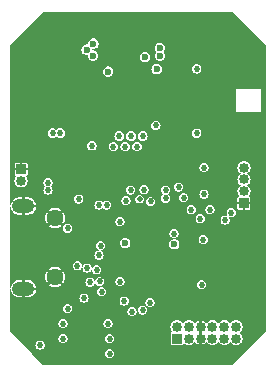
<source format=gbl>
G04 #@! TF.GenerationSoftware,KiCad,Pcbnew,8.0.3*
G04 #@! TF.CreationDate,2024-06-18T15:01:00-07:00*
G04 #@! TF.ProjectId,lora2040,6c6f7261-3230-4343-902e-6b696361645f,rev?*
G04 #@! TF.SameCoordinates,Original*
G04 #@! TF.FileFunction,Copper,L4,Bot*
G04 #@! TF.FilePolarity,Positive*
%FSLAX46Y46*%
G04 Gerber Fmt 4.6, Leading zero omitted, Abs format (unit mm)*
G04 Created by KiCad (PCBNEW 8.0.3) date 2024-06-18 15:01:00*
%MOMM*%
%LPD*%
G01*
G04 APERTURE LIST*
G04 #@! TA.AperFunction,ComponentPad*
%ADD10R,0.850000X0.850000*%
G04 #@! TD*
G04 #@! TA.AperFunction,ComponentPad*
%ADD11O,0.850000X0.850000*%
G04 #@! TD*
G04 #@! TA.AperFunction,ComponentPad*
%ADD12O,1.900000X1.200000*%
G04 #@! TD*
G04 #@! TA.AperFunction,ComponentPad*
%ADD13C,1.450000*%
G04 #@! TD*
G04 #@! TA.AperFunction,ViaPad*
%ADD14C,0.520000*%
G04 #@! TD*
G04 #@! TA.AperFunction,ViaPad*
%ADD15C,0.650000*%
G04 #@! TD*
G04 #@! TA.AperFunction,ViaPad*
%ADD16C,0.600000*%
G04 #@! TD*
G04 #@! TA.AperFunction,ViaPad*
%ADD17C,0.460000*%
G04 #@! TD*
G04 APERTURE END LIST*
D10*
X133985000Y-94996000D03*
D11*
X133985000Y-95996000D03*
D10*
X147193000Y-109347000D03*
D11*
X147193000Y-108347000D03*
X148193000Y-109347000D03*
X148193000Y-108347000D03*
X149193000Y-109347000D03*
X149193000Y-108347000D03*
X150193000Y-109347000D03*
X150193000Y-108347000D03*
X151193000Y-109347000D03*
X151193000Y-108347000D03*
X152193000Y-109347000D03*
X152193000Y-108347000D03*
D10*
X152857200Y-97869000D03*
D11*
X152857200Y-96869000D03*
X152857200Y-95869000D03*
X152857200Y-94869000D03*
D12*
X134180600Y-98130000D03*
D13*
X136880600Y-99130000D03*
X136880600Y-104130000D03*
D12*
X134180600Y-105130000D03*
D14*
X145624900Y-82169000D03*
D15*
X146187000Y-101957000D03*
D14*
X150899900Y-86952000D03*
X138811000Y-84074000D03*
X145574900Y-83527000D03*
X150571200Y-92633800D03*
X139199900Y-91277000D03*
X143349900Y-88652000D03*
X142149900Y-89852000D03*
X141351000Y-83185000D03*
X138665217Y-92932866D03*
X135890000Y-83820000D03*
X149999900Y-88602000D03*
D15*
X144912000Y-103232000D03*
D14*
X140724900Y-92302000D03*
X150774900Y-88602000D03*
X147474900Y-93902000D03*
D16*
X135694600Y-100330000D03*
D17*
X148624900Y-88302000D03*
D14*
X147324900Y-84502000D03*
X135763000Y-94488000D03*
X149374900Y-85602000D03*
X142749900Y-89252000D03*
D16*
X138201400Y-102235000D03*
D14*
X154051000Y-100457000D03*
X146699900Y-82169000D03*
X140798239Y-95678501D03*
X141935200Y-95758000D03*
X148615400Y-94157800D03*
X138988800Y-102329500D03*
X153162000Y-83566000D03*
X141224000Y-85471000D03*
X150952200Y-100891500D03*
X135824900Y-88392000D03*
X151774900Y-91427000D03*
X154101800Y-86868000D03*
X134874000Y-88950800D03*
X143949900Y-89252000D03*
X136906000Y-82927000D03*
D17*
X147549900Y-90552000D03*
D14*
X153670000Y-92377000D03*
X149524900Y-86427000D03*
X142749900Y-88652000D03*
X138324900Y-82804000D03*
X140817600Y-94767400D03*
X153898600Y-105918000D03*
X153162000Y-84877000D03*
D15*
X146177000Y-100682000D03*
D14*
X152400000Y-86868000D03*
D15*
X143764000Y-103232000D03*
D14*
X146507200Y-85302000D03*
X148349900Y-85877000D03*
X152654000Y-92377000D03*
X139446000Y-83312000D03*
X146608800Y-91440000D03*
X150774900Y-89802000D03*
X139446000Y-108712000D03*
X142749900Y-90452000D03*
X149245250Y-103103750D03*
X154178000Y-91694000D03*
X147701000Y-85217000D03*
X140724900Y-91427000D03*
X152450800Y-93446600D03*
X152501600Y-105054400D03*
X134874000Y-90678000D03*
X150952200Y-101491500D03*
X151674900Y-86302000D03*
X143637000Y-82169000D03*
X145531984Y-90335288D03*
X150774900Y-91477000D03*
X133705600Y-89585800D03*
X151206200Y-93446600D03*
X148590000Y-82804000D03*
X148274900Y-91177000D03*
X148049900Y-92152000D03*
X146974900Y-85752000D03*
X153162000Y-86302000D03*
X152654000Y-99568000D03*
D15*
X143764000Y-101981000D03*
D17*
X148291298Y-87476146D03*
D14*
X153076400Y-100426600D03*
X135824900Y-87096600D03*
X153670000Y-99568000D03*
X139228000Y-99662500D03*
X148124900Y-86952000D03*
X147904010Y-86431741D03*
X146499900Y-83527000D03*
D17*
X146927212Y-87796383D03*
D14*
X135824900Y-89535000D03*
X142149900Y-88652000D03*
X146197723Y-90328472D03*
X144082923Y-84898736D03*
D17*
X148199900Y-90299773D03*
D14*
X137160000Y-83820000D03*
X149961600Y-91452000D03*
X142149900Y-90452000D03*
D17*
X147549360Y-87584165D03*
D14*
X146056471Y-90991939D03*
X138760200Y-109347000D03*
X153593800Y-93446600D03*
D15*
X144912000Y-101957000D03*
D14*
X139482000Y-98773500D03*
X150349900Y-94277000D03*
X149529800Y-92002000D03*
X147431193Y-86031190D03*
X143949900Y-89852000D03*
X143349900Y-90452000D03*
D15*
X146187000Y-103232000D03*
D14*
X147449900Y-83527000D03*
X144145000Y-83185000D03*
X150049900Y-90577000D03*
X142624900Y-82169000D03*
X141401800Y-106807000D03*
D17*
X147549900Y-89427000D03*
D14*
X150049900Y-87827000D03*
D16*
X135890000Y-97688400D03*
D14*
X134874000Y-86537800D03*
X146459777Y-86409588D03*
X145469381Y-96393000D03*
X140081000Y-109347000D03*
D16*
X135694600Y-101346000D03*
D14*
X135763000Y-91948000D03*
X144599900Y-82169000D03*
X150524900Y-83527000D03*
X134366000Y-109474000D03*
X151949900Y-82252000D03*
X142049341Y-86105860D03*
X144199900Y-86827000D03*
X151099900Y-87802000D03*
D15*
X144912000Y-100682000D03*
D14*
X142749900Y-89852000D03*
X136249900Y-84952000D03*
X143949900Y-90452000D03*
X143949900Y-88652000D03*
D17*
X147524900Y-88702000D03*
D14*
X148349900Y-84777000D03*
X133705600Y-91414600D03*
X153192900Y-91694000D03*
X148615400Y-95402400D03*
X141224000Y-84201000D03*
X139699900Y-92302000D03*
X134874000Y-92456000D03*
X151815800Y-90477000D03*
X146999900Y-92227000D03*
X150899900Y-90502000D03*
D16*
X134670800Y-96951800D03*
D14*
X135824900Y-86002000D03*
X149349900Y-84677000D03*
X151674900Y-84877000D03*
D17*
X146899900Y-90299170D03*
D14*
X135128000Y-84963000D03*
X138150600Y-93624400D03*
X139149900Y-82169000D03*
X140374900Y-82169000D03*
X150449900Y-84802000D03*
X140024900Y-91252000D03*
X140081000Y-108077000D03*
X150474900Y-86077000D03*
X142149900Y-89252000D03*
X140335000Y-83185000D03*
X150574900Y-82327000D03*
X151836423Y-87790470D03*
D15*
X143764000Y-100682000D03*
D14*
X149349900Y-83577000D03*
X149349900Y-93102000D03*
X151699900Y-92377000D03*
X146524900Y-93202000D03*
X151384000Y-105079800D03*
X147474900Y-91252000D03*
X136144000Y-82296000D03*
D17*
X148945600Y-90297000D03*
D14*
X151774900Y-83502000D03*
X141599900Y-82169000D03*
X134874000Y-87680800D03*
X140335000Y-88366600D03*
D16*
X136906000Y-95402400D03*
D14*
X138430000Y-91277000D03*
X138988800Y-101650800D03*
X148349900Y-93027000D03*
X145899900Y-92152000D03*
X149999900Y-89802000D03*
X149349900Y-82169000D03*
X140970000Y-93726000D03*
D17*
X146424900Y-88802000D03*
D14*
X140081000Y-110286800D03*
X150622000Y-104394000D03*
X145912000Y-107736490D03*
X137549900Y-82169000D03*
D17*
X148596068Y-89302977D03*
D14*
X135001000Y-93599000D03*
X142240000Y-83185000D03*
X142240000Y-84709000D03*
X149949900Y-87002000D03*
X135763000Y-93218000D03*
X147749900Y-82169000D03*
X143349900Y-89252000D03*
X143349900Y-89852000D03*
X152552400Y-106654600D03*
X146507200Y-84378800D03*
X148082000Y-83947000D03*
X150622000Y-103124000D03*
X138023600Y-110286800D03*
X149402800Y-100965000D03*
X140589000Y-102285800D03*
D16*
X142812000Y-101257000D03*
X146964400Y-101357030D03*
D14*
X141224000Y-98044000D03*
D16*
X140081000Y-85394800D03*
D14*
X140716000Y-101473000D03*
X149987000Y-98425000D03*
X142367000Y-104521000D03*
D16*
X145745200Y-84734400D03*
D14*
X142367000Y-99441000D03*
D16*
X145745200Y-85394800D03*
D14*
X137287000Y-91948000D03*
X135600775Y-109890225D03*
X139319000Y-105918000D03*
X146939000Y-100457000D03*
X136652000Y-91948000D03*
D16*
X139547600Y-84886800D03*
D14*
X149479000Y-94869000D03*
X140589000Y-98044000D03*
D16*
X140106400Y-84378800D03*
X145465800Y-86537800D03*
D14*
X140817600Y-105384600D03*
X141478000Y-110617000D03*
X149279381Y-104775000D03*
X148849900Y-91952000D03*
X139974900Y-93027000D03*
X148849900Y-86502000D03*
X139827000Y-104571800D03*
X141351000Y-108077000D03*
X137541000Y-109347000D03*
X138747500Y-103187500D03*
D16*
X141351000Y-86741000D03*
X144476770Y-85519894D03*
D14*
X142299900Y-92202000D03*
X146231381Y-97459800D03*
X142799900Y-93091000D03*
X146231381Y-96774000D03*
X141799900Y-93091000D03*
X144399000Y-96748600D03*
X137541000Y-108077000D03*
X139581000Y-103378000D03*
X141478000Y-109347000D03*
X140639800Y-104495658D03*
X140389381Y-103531500D03*
X137922000Y-106807000D03*
X143383000Y-107061000D03*
X142714283Y-106165713D03*
X144272000Y-106934000D03*
X147320000Y-96520000D03*
X143801630Y-93091000D03*
X144907000Y-106299000D03*
X143299900Y-92202000D03*
X149152381Y-99187000D03*
X144299900Y-92202000D03*
X147755381Y-97409000D03*
X148390381Y-98425000D03*
X145399900Y-91302000D03*
X136271000Y-96139000D03*
X138872000Y-97536000D03*
X137922000Y-99999800D03*
X136271000Y-96774000D03*
X143256000Y-96774000D03*
D17*
X144018000Y-97536000D03*
D14*
X142875000Y-97663000D03*
X151773000Y-98679000D03*
X151265000Y-99314000D03*
X144957800Y-97739200D03*
X149479000Y-97118500D03*
G04 #@! TA.AperFunction,Conductor*
G36*
X151910847Y-81730606D02*
G01*
X154743394Y-84563153D01*
X154761700Y-84607347D01*
X154761700Y-93472000D01*
X143940987Y-93472000D01*
X144041305Y-93420885D01*
X144131515Y-93330675D01*
X144189433Y-93217005D01*
X144209390Y-93091000D01*
X144189433Y-92964995D01*
X144189431Y-92964992D01*
X144189431Y-92964990D01*
X144131515Y-92851325D01*
X144041304Y-92761114D01*
X143927639Y-92703198D01*
X143927635Y-92703197D01*
X143801630Y-92683240D01*
X143675624Y-92703197D01*
X143675620Y-92703198D01*
X143561955Y-92761114D01*
X143471744Y-92851325D01*
X143413828Y-92964990D01*
X143413827Y-92964994D01*
X143393870Y-93091000D01*
X143413827Y-93217005D01*
X143413828Y-93217009D01*
X143471744Y-93330674D01*
X143471745Y-93330675D01*
X143561955Y-93420885D01*
X143662273Y-93472000D01*
X142939257Y-93472000D01*
X143039575Y-93420885D01*
X143129785Y-93330675D01*
X143187703Y-93217005D01*
X143207660Y-93091000D01*
X143187703Y-92964995D01*
X143187701Y-92964992D01*
X143187701Y-92964990D01*
X143129785Y-92851325D01*
X143039574Y-92761114D01*
X142925909Y-92703198D01*
X142925905Y-92703197D01*
X142799900Y-92683240D01*
X142673894Y-92703197D01*
X142673890Y-92703198D01*
X142560225Y-92761114D01*
X142470014Y-92851325D01*
X142412098Y-92964990D01*
X142412097Y-92964994D01*
X142392140Y-93091000D01*
X142412097Y-93217005D01*
X142412098Y-93217009D01*
X142470014Y-93330674D01*
X142470015Y-93330675D01*
X142560225Y-93420885D01*
X142660543Y-93472000D01*
X141939257Y-93472000D01*
X142039575Y-93420885D01*
X142129785Y-93330675D01*
X142187703Y-93217005D01*
X142207660Y-93091000D01*
X142187703Y-92964995D01*
X142187701Y-92964992D01*
X142187701Y-92964990D01*
X142129785Y-92851325D01*
X142039574Y-92761114D01*
X141925909Y-92703198D01*
X141925905Y-92703197D01*
X141799900Y-92683240D01*
X141673894Y-92703197D01*
X141673890Y-92703198D01*
X141560225Y-92761114D01*
X141470014Y-92851325D01*
X141412098Y-92964990D01*
X141412097Y-92964994D01*
X141392140Y-93091000D01*
X141412097Y-93217005D01*
X141412098Y-93217009D01*
X141470014Y-93330674D01*
X141470015Y-93330675D01*
X141560225Y-93420885D01*
X141660543Y-93472000D01*
X133020300Y-93472000D01*
X133020300Y-93027000D01*
X139567140Y-93027000D01*
X139587097Y-93153005D01*
X139587098Y-93153009D01*
X139645014Y-93266674D01*
X139735225Y-93356885D01*
X139848890Y-93414801D01*
X139848892Y-93414801D01*
X139848895Y-93414803D01*
X139974900Y-93434760D01*
X140100905Y-93414803D01*
X140214575Y-93356885D01*
X140304785Y-93266675D01*
X140362703Y-93153005D01*
X140382660Y-93027000D01*
X140362703Y-92900995D01*
X140362701Y-92900992D01*
X140362701Y-92900990D01*
X140304785Y-92787325D01*
X140214574Y-92697114D01*
X140100909Y-92639198D01*
X140100905Y-92639197D01*
X139974900Y-92619240D01*
X139848894Y-92639197D01*
X139848890Y-92639198D01*
X139735225Y-92697114D01*
X139645014Y-92787325D01*
X139587098Y-92900990D01*
X139587097Y-92900994D01*
X139567140Y-93027000D01*
X133020300Y-93027000D01*
X133020300Y-91948000D01*
X136244240Y-91948000D01*
X136264197Y-92074005D01*
X136264198Y-92074009D01*
X136322114Y-92187674D01*
X136412325Y-92277885D01*
X136525990Y-92335801D01*
X136525992Y-92335801D01*
X136525995Y-92335803D01*
X136652000Y-92355760D01*
X136778005Y-92335803D01*
X136891675Y-92277885D01*
X136925306Y-92244254D01*
X136969500Y-92225948D01*
X137013694Y-92244254D01*
X137047325Y-92277885D01*
X137160990Y-92335801D01*
X137160992Y-92335801D01*
X137160995Y-92335803D01*
X137287000Y-92355760D01*
X137413005Y-92335803D01*
X137526675Y-92277885D01*
X137602560Y-92202000D01*
X141892140Y-92202000D01*
X141912097Y-92328005D01*
X141912098Y-92328009D01*
X141970014Y-92441674D01*
X142060225Y-92531885D01*
X142173890Y-92589801D01*
X142173892Y-92589801D01*
X142173895Y-92589803D01*
X142299900Y-92609760D01*
X142425905Y-92589803D01*
X142539575Y-92531885D01*
X142629785Y-92441675D01*
X142687703Y-92328005D01*
X142707660Y-92202000D01*
X142892140Y-92202000D01*
X142912097Y-92328005D01*
X142912098Y-92328009D01*
X142970014Y-92441674D01*
X143060225Y-92531885D01*
X143173890Y-92589801D01*
X143173892Y-92589801D01*
X143173895Y-92589803D01*
X143299900Y-92609760D01*
X143425905Y-92589803D01*
X143539575Y-92531885D01*
X143629785Y-92441675D01*
X143687703Y-92328005D01*
X143707660Y-92202000D01*
X143892140Y-92202000D01*
X143912097Y-92328005D01*
X143912098Y-92328009D01*
X143970014Y-92441674D01*
X144060225Y-92531885D01*
X144173890Y-92589801D01*
X144173892Y-92589801D01*
X144173895Y-92589803D01*
X144299900Y-92609760D01*
X144425905Y-92589803D01*
X144539575Y-92531885D01*
X144629785Y-92441675D01*
X144687703Y-92328005D01*
X144707660Y-92202000D01*
X144687703Y-92075995D01*
X144687701Y-92075992D01*
X144687701Y-92075990D01*
X144629785Y-91962325D01*
X144619460Y-91952000D01*
X148442140Y-91952000D01*
X148462097Y-92078005D01*
X148462098Y-92078009D01*
X148520014Y-92191674D01*
X148610225Y-92281885D01*
X148723890Y-92339801D01*
X148723892Y-92339801D01*
X148723895Y-92339803D01*
X148849900Y-92359760D01*
X148975905Y-92339803D01*
X149089575Y-92281885D01*
X149179785Y-92191675D01*
X149237703Y-92078005D01*
X149257660Y-91952000D01*
X149237703Y-91825995D01*
X149237701Y-91825992D01*
X149237701Y-91825990D01*
X149179785Y-91712325D01*
X149089574Y-91622114D01*
X148975909Y-91564198D01*
X148975905Y-91564197D01*
X148849900Y-91544240D01*
X148723894Y-91564197D01*
X148723890Y-91564198D01*
X148610225Y-91622114D01*
X148520014Y-91712325D01*
X148462098Y-91825990D01*
X148462097Y-91825994D01*
X148442140Y-91952000D01*
X144619460Y-91952000D01*
X144539574Y-91872114D01*
X144425909Y-91814198D01*
X144425905Y-91814197D01*
X144299900Y-91794240D01*
X144173894Y-91814197D01*
X144173890Y-91814198D01*
X144060225Y-91872114D01*
X143970014Y-91962325D01*
X143912098Y-92075990D01*
X143912097Y-92075994D01*
X143892140Y-92202000D01*
X143707660Y-92202000D01*
X143687703Y-92075995D01*
X143687701Y-92075992D01*
X143687701Y-92075990D01*
X143629785Y-91962325D01*
X143539574Y-91872114D01*
X143425909Y-91814198D01*
X143425905Y-91814197D01*
X143299900Y-91794240D01*
X143173894Y-91814197D01*
X143173890Y-91814198D01*
X143060225Y-91872114D01*
X142970014Y-91962325D01*
X142912098Y-92075990D01*
X142912097Y-92075994D01*
X142892140Y-92202000D01*
X142707660Y-92202000D01*
X142687703Y-92075995D01*
X142687701Y-92075992D01*
X142687701Y-92075990D01*
X142629785Y-91962325D01*
X142539574Y-91872114D01*
X142425909Y-91814198D01*
X142425905Y-91814197D01*
X142299900Y-91794240D01*
X142173894Y-91814197D01*
X142173890Y-91814198D01*
X142060225Y-91872114D01*
X141970014Y-91962325D01*
X141912098Y-92075990D01*
X141912097Y-92075994D01*
X141892140Y-92202000D01*
X137602560Y-92202000D01*
X137616885Y-92187675D01*
X137674803Y-92074005D01*
X137694760Y-91948000D01*
X137674803Y-91821995D01*
X137674801Y-91821992D01*
X137674801Y-91821990D01*
X137616885Y-91708325D01*
X137526674Y-91618114D01*
X137413009Y-91560198D01*
X137413005Y-91560197D01*
X137287000Y-91540240D01*
X137160994Y-91560197D01*
X137160990Y-91560198D01*
X137047325Y-91618114D01*
X137013694Y-91651746D01*
X136969500Y-91670052D01*
X136925306Y-91651746D01*
X136891674Y-91618114D01*
X136778009Y-91560198D01*
X136778005Y-91560197D01*
X136652000Y-91540240D01*
X136525994Y-91560197D01*
X136525990Y-91560198D01*
X136412325Y-91618114D01*
X136322114Y-91708325D01*
X136264198Y-91821990D01*
X136264197Y-91821994D01*
X136244240Y-91948000D01*
X133020300Y-91948000D01*
X133020300Y-91302000D01*
X144992140Y-91302000D01*
X145012097Y-91428005D01*
X145012098Y-91428009D01*
X145070014Y-91541674D01*
X145160225Y-91631885D01*
X145273890Y-91689801D01*
X145273892Y-91689801D01*
X145273895Y-91689803D01*
X145399900Y-91709760D01*
X145525905Y-91689803D01*
X145639575Y-91631885D01*
X145729785Y-91541675D01*
X145787703Y-91428005D01*
X145807660Y-91302000D01*
X145787703Y-91175995D01*
X145787701Y-91175992D01*
X145787701Y-91175990D01*
X145729785Y-91062325D01*
X145639574Y-90972114D01*
X145525909Y-90914198D01*
X145525905Y-90914197D01*
X145399900Y-90894240D01*
X145273894Y-90914197D01*
X145273890Y-90914198D01*
X145160225Y-90972114D01*
X145070014Y-91062325D01*
X145012098Y-91175990D01*
X145012097Y-91175994D01*
X144992140Y-91302000D01*
X133020300Y-91302000D01*
X133020300Y-90152000D01*
X152202900Y-90152000D01*
X154292900Y-90152000D01*
X154292900Y-88252000D01*
X152202900Y-88252000D01*
X152202900Y-90152000D01*
X133020300Y-90152000D01*
X133020300Y-86741000D01*
X140903707Y-86741000D01*
X140921825Y-86867015D01*
X140921826Y-86867018D01*
X140974712Y-86982824D01*
X140974716Y-86982830D01*
X141058086Y-87079043D01*
X141165183Y-87147869D01*
X141165188Y-87147872D01*
X141287341Y-87183739D01*
X141287343Y-87183740D01*
X141287344Y-87183740D01*
X141414657Y-87183740D01*
X141414657Y-87183739D01*
X141536812Y-87147872D01*
X141577009Y-87122038D01*
X141643913Y-87079043D01*
X141727283Y-86982830D01*
X141727284Y-86982828D01*
X141727287Y-86982825D01*
X141780174Y-86867017D01*
X141798293Y-86741000D01*
X141780174Y-86614983D01*
X141744926Y-86537800D01*
X145018507Y-86537800D01*
X145036625Y-86663815D01*
X145036626Y-86663818D01*
X145089512Y-86779624D01*
X145089516Y-86779630D01*
X145172886Y-86875843D01*
X145279983Y-86944669D01*
X145279988Y-86944672D01*
X145402141Y-86980539D01*
X145402143Y-86980540D01*
X145402144Y-86980540D01*
X145529457Y-86980540D01*
X145529457Y-86980539D01*
X145651612Y-86944672D01*
X145736990Y-86889803D01*
X145758713Y-86875843D01*
X145842083Y-86779630D01*
X145842084Y-86779628D01*
X145842087Y-86779625D01*
X145894974Y-86663817D01*
X145913093Y-86537800D01*
X145907946Y-86502000D01*
X148442140Y-86502000D01*
X148462097Y-86628005D01*
X148462098Y-86628009D01*
X148520014Y-86741674D01*
X148610225Y-86831885D01*
X148723890Y-86889801D01*
X148723892Y-86889801D01*
X148723895Y-86889803D01*
X148849900Y-86909760D01*
X148975905Y-86889803D01*
X149089575Y-86831885D01*
X149179785Y-86741675D01*
X149237703Y-86628005D01*
X149257660Y-86502000D01*
X149237703Y-86375995D01*
X149237701Y-86375992D01*
X149237701Y-86375990D01*
X149179785Y-86262325D01*
X149089574Y-86172114D01*
X148975909Y-86114198D01*
X148975905Y-86114197D01*
X148849900Y-86094240D01*
X148723894Y-86114197D01*
X148723890Y-86114198D01*
X148610225Y-86172114D01*
X148520014Y-86262325D01*
X148462098Y-86375990D01*
X148462097Y-86375994D01*
X148442140Y-86502000D01*
X145907946Y-86502000D01*
X145894974Y-86411783D01*
X145842087Y-86295975D01*
X145842083Y-86295969D01*
X145758713Y-86199756D01*
X145651616Y-86130930D01*
X145651607Y-86130926D01*
X145529458Y-86095060D01*
X145529456Y-86095060D01*
X145402144Y-86095060D01*
X145402142Y-86095060D01*
X145279992Y-86130926D01*
X145279983Y-86130930D01*
X145172886Y-86199756D01*
X145089516Y-86295969D01*
X145089512Y-86295975D01*
X145036626Y-86411781D01*
X145036625Y-86411784D01*
X145018507Y-86537800D01*
X141744926Y-86537800D01*
X141727287Y-86499175D01*
X141727283Y-86499169D01*
X141643913Y-86402956D01*
X141536816Y-86334130D01*
X141536807Y-86334126D01*
X141414658Y-86298260D01*
X141414656Y-86298260D01*
X141287344Y-86298260D01*
X141287342Y-86298260D01*
X141165192Y-86334126D01*
X141165183Y-86334130D01*
X141058086Y-86402956D01*
X140974716Y-86499169D01*
X140974712Y-86499175D01*
X140921826Y-86614981D01*
X140921825Y-86614984D01*
X140903707Y-86741000D01*
X133020300Y-86741000D01*
X133020300Y-84886800D01*
X139100307Y-84886800D01*
X139118425Y-85012815D01*
X139118426Y-85012818D01*
X139171312Y-85128624D01*
X139171316Y-85128630D01*
X139254686Y-85224843D01*
X139337509Y-85278069D01*
X139361788Y-85293672D01*
X139483941Y-85329539D01*
X139483943Y-85329540D01*
X139571207Y-85329540D01*
X139615401Y-85347846D01*
X139633020Y-85390382D01*
X139633071Y-85390375D01*
X139633099Y-85390573D01*
X139633707Y-85392040D01*
X139633707Y-85394798D01*
X139651825Y-85520815D01*
X139651826Y-85520818D01*
X139704712Y-85636624D01*
X139704716Y-85636630D01*
X139788086Y-85732843D01*
X139895183Y-85801669D01*
X139895188Y-85801672D01*
X140017341Y-85837539D01*
X140017343Y-85837540D01*
X140017344Y-85837540D01*
X140144657Y-85837540D01*
X140144657Y-85837539D01*
X140266812Y-85801672D01*
X140307009Y-85775838D01*
X140373913Y-85732843D01*
X140457283Y-85636630D01*
X140457284Y-85636628D01*
X140457287Y-85636625D01*
X140510174Y-85520817D01*
X140510307Y-85519894D01*
X144029477Y-85519894D01*
X144047595Y-85645909D01*
X144047596Y-85645912D01*
X144100482Y-85761718D01*
X144100486Y-85761724D01*
X144183856Y-85857937D01*
X144290953Y-85926763D01*
X144290958Y-85926766D01*
X144413111Y-85962633D01*
X144413113Y-85962634D01*
X144413114Y-85962634D01*
X144540427Y-85962634D01*
X144540427Y-85962633D01*
X144662582Y-85926766D01*
X144702779Y-85900932D01*
X144769683Y-85857937D01*
X144853053Y-85761724D01*
X144853054Y-85761722D01*
X144853057Y-85761719D01*
X144905944Y-85645911D01*
X144924063Y-85519894D01*
X144905944Y-85393877D01*
X144853057Y-85278069D01*
X144853053Y-85278063D01*
X144769683Y-85181850D01*
X144662586Y-85113024D01*
X144662577Y-85113020D01*
X144540428Y-85077154D01*
X144540426Y-85077154D01*
X144413114Y-85077154D01*
X144413112Y-85077154D01*
X144290962Y-85113020D01*
X144290953Y-85113024D01*
X144183856Y-85181850D01*
X144100486Y-85278063D01*
X144100482Y-85278069D01*
X144047596Y-85393875D01*
X144047595Y-85393878D01*
X144029477Y-85519894D01*
X140510307Y-85519894D01*
X140528293Y-85394800D01*
X140510174Y-85268783D01*
X140457287Y-85152975D01*
X140457283Y-85152969D01*
X140373913Y-85056756D01*
X140266816Y-84987930D01*
X140266807Y-84987926D01*
X140144658Y-84952060D01*
X140144656Y-84952060D01*
X140057393Y-84952060D01*
X140013199Y-84933754D01*
X139994893Y-84889560D01*
X139994893Y-84884040D01*
X140013199Y-84839846D01*
X140057393Y-84821540D01*
X140170057Y-84821540D01*
X140170057Y-84821539D01*
X140292212Y-84785672D01*
X140371993Y-84734400D01*
X145297907Y-84734400D01*
X145316025Y-84860415D01*
X145316026Y-84860418D01*
X145329335Y-84889560D01*
X145368913Y-84976225D01*
X145368914Y-84976226D01*
X145368915Y-84976227D01*
X145410025Y-85023672D01*
X145425131Y-85069059D01*
X145410025Y-85105528D01*
X145368915Y-85152972D01*
X145368912Y-85152977D01*
X145316026Y-85268781D01*
X145316025Y-85268784D01*
X145297907Y-85394800D01*
X145316025Y-85520815D01*
X145316026Y-85520818D01*
X145368912Y-85636624D01*
X145368916Y-85636630D01*
X145452286Y-85732843D01*
X145559383Y-85801669D01*
X145559388Y-85801672D01*
X145681541Y-85837539D01*
X145681543Y-85837540D01*
X145681544Y-85837540D01*
X145808857Y-85837540D01*
X145808857Y-85837539D01*
X145931012Y-85801672D01*
X145971209Y-85775838D01*
X146038113Y-85732843D01*
X146121483Y-85636630D01*
X146121484Y-85636628D01*
X146121487Y-85636625D01*
X146174374Y-85520817D01*
X146192493Y-85394800D01*
X146174374Y-85268783D01*
X146121487Y-85152975D01*
X146080373Y-85105527D01*
X146065267Y-85060143D01*
X146080372Y-85023672D01*
X146121487Y-84976225D01*
X146174374Y-84860417D01*
X146192493Y-84734400D01*
X146174374Y-84608383D01*
X146121487Y-84492575D01*
X146121483Y-84492569D01*
X146038113Y-84396356D01*
X145931016Y-84327530D01*
X145931007Y-84327526D01*
X145808858Y-84291660D01*
X145808856Y-84291660D01*
X145681544Y-84291660D01*
X145681542Y-84291660D01*
X145559392Y-84327526D01*
X145559383Y-84327530D01*
X145452286Y-84396356D01*
X145368916Y-84492569D01*
X145368912Y-84492575D01*
X145316026Y-84608381D01*
X145316025Y-84608384D01*
X145297907Y-84734400D01*
X140371993Y-84734400D01*
X140399313Y-84716843D01*
X140482683Y-84620630D01*
X140482684Y-84620628D01*
X140482687Y-84620625D01*
X140535574Y-84504817D01*
X140553693Y-84378800D01*
X140535574Y-84252783D01*
X140482687Y-84136975D01*
X140482683Y-84136969D01*
X140399313Y-84040756D01*
X140292216Y-83971930D01*
X140292207Y-83971926D01*
X140170058Y-83936060D01*
X140170056Y-83936060D01*
X140042744Y-83936060D01*
X140042742Y-83936060D01*
X139920592Y-83971926D01*
X139920583Y-83971930D01*
X139813486Y-84040756D01*
X139730116Y-84136969D01*
X139730112Y-84136975D01*
X139677226Y-84252781D01*
X139677225Y-84252784D01*
X139659107Y-84378801D01*
X139659107Y-84381560D01*
X139658499Y-84383026D01*
X139658471Y-84383225D01*
X139658420Y-84383217D01*
X139640801Y-84425754D01*
X139596607Y-84444060D01*
X139483942Y-84444060D01*
X139361792Y-84479926D01*
X139361783Y-84479930D01*
X139254686Y-84548756D01*
X139171316Y-84644969D01*
X139171312Y-84644975D01*
X139118426Y-84760781D01*
X139118425Y-84760784D01*
X139100307Y-84886800D01*
X133020300Y-84886800D01*
X133020300Y-84607347D01*
X133038606Y-84563153D01*
X135871153Y-81730606D01*
X135915347Y-81712300D01*
X151866653Y-81712300D01*
X151910847Y-81730606D01*
G37*
G04 #@! TD.AperFunction*
G04 #@! TA.AperFunction,Conductor*
G36*
X149294600Y-109118485D02*
G01*
X149242728Y-109097000D01*
X149143272Y-109097000D01*
X149091400Y-109118485D01*
X149091400Y-108575514D01*
X149143272Y-108597000D01*
X149242728Y-108597000D01*
X149294600Y-108575514D01*
X149294600Y-109118485D01*
G37*
G04 #@! TD.AperFunction*
G04 #@! TA.AperFunction,Conductor*
G36*
X139853661Y-93400127D02*
G01*
X139853663Y-93400128D01*
X139952083Y-93415716D01*
X139974899Y-93419330D01*
X139974900Y-93419330D01*
X139974901Y-93419330D01*
X139991477Y-93416704D01*
X140096137Y-93400128D01*
X140204332Y-93345000D01*
X141505892Y-93345000D01*
X141569295Y-93408403D01*
X141678661Y-93464127D01*
X141678663Y-93464128D01*
X141777083Y-93479716D01*
X141799899Y-93483330D01*
X141799900Y-93483330D01*
X141799901Y-93483330D01*
X141816477Y-93480704D01*
X141921137Y-93464128D01*
X142030506Y-93408402D01*
X142093908Y-93345000D01*
X142505892Y-93345000D01*
X142569295Y-93408403D01*
X142678661Y-93464127D01*
X142678663Y-93464128D01*
X142777083Y-93479716D01*
X142799899Y-93483330D01*
X142799900Y-93483330D01*
X142799901Y-93483330D01*
X142816477Y-93480704D01*
X142921137Y-93464128D01*
X143030506Y-93408402D01*
X143093908Y-93345000D01*
X143507622Y-93345000D01*
X143571025Y-93408403D01*
X143680391Y-93464127D01*
X143680393Y-93464128D01*
X143778813Y-93479716D01*
X143801629Y-93483330D01*
X143801630Y-93483330D01*
X143801631Y-93483330D01*
X143818207Y-93480704D01*
X143922867Y-93464128D01*
X144032236Y-93408402D01*
X144095638Y-93345000D01*
X154761700Y-93345000D01*
X154761700Y-108694543D01*
X154748974Y-108725267D01*
X151905267Y-111568974D01*
X151874543Y-111581700D01*
X135907457Y-111581700D01*
X135876733Y-111568974D01*
X134924758Y-110616999D01*
X141085670Y-110616999D01*
X141085670Y-110617000D01*
X141104872Y-110738237D01*
X141104872Y-110738238D01*
X141160596Y-110847604D01*
X141247395Y-110934403D01*
X141356761Y-110990127D01*
X141356763Y-110990128D01*
X141455183Y-111005716D01*
X141477999Y-111009330D01*
X141478000Y-111009330D01*
X141478001Y-111009330D01*
X141494577Y-111006704D01*
X141599237Y-110990128D01*
X141708606Y-110934402D01*
X141795402Y-110847606D01*
X141851128Y-110738237D01*
X141870330Y-110617000D01*
X141851128Y-110495763D01*
X141795402Y-110386394D01*
X141708606Y-110299598D01*
X141708604Y-110299596D01*
X141599238Y-110243872D01*
X141478001Y-110224670D01*
X141477999Y-110224670D01*
X141356762Y-110243872D01*
X141356761Y-110243872D01*
X141247395Y-110299596D01*
X141160596Y-110386395D01*
X141104872Y-110495761D01*
X141104872Y-110495762D01*
X141085670Y-110616999D01*
X134924758Y-110616999D01*
X134197983Y-109890224D01*
X135208445Y-109890224D01*
X135208445Y-109890225D01*
X135227647Y-110011462D01*
X135227647Y-110011463D01*
X135283371Y-110120829D01*
X135370170Y-110207628D01*
X135441304Y-110243872D01*
X135479538Y-110263353D01*
X135577958Y-110278941D01*
X135600774Y-110282555D01*
X135600775Y-110282555D01*
X135600776Y-110282555D01*
X135617352Y-110279929D01*
X135722012Y-110263353D01*
X135831381Y-110207627D01*
X135918177Y-110120831D01*
X135973903Y-110011462D01*
X135993105Y-109890225D01*
X135973903Y-109768988D01*
X135961577Y-109744797D01*
X135918178Y-109659620D01*
X135831379Y-109572821D01*
X135722013Y-109517097D01*
X135600776Y-109497895D01*
X135600774Y-109497895D01*
X135479537Y-109517097D01*
X135479536Y-109517097D01*
X135370170Y-109572821D01*
X135283371Y-109659620D01*
X135227647Y-109768986D01*
X135227647Y-109768987D01*
X135208445Y-109890224D01*
X134197983Y-109890224D01*
X133654758Y-109346999D01*
X137148670Y-109346999D01*
X137148670Y-109347000D01*
X137167872Y-109468237D01*
X137167872Y-109468238D01*
X137223596Y-109577604D01*
X137310395Y-109664403D01*
X137419761Y-109720127D01*
X137419763Y-109720128D01*
X137518183Y-109735716D01*
X137540999Y-109739330D01*
X137541000Y-109739330D01*
X137541001Y-109739330D01*
X137557577Y-109736704D01*
X137662237Y-109720128D01*
X137771606Y-109664402D01*
X137858402Y-109577606D01*
X137914128Y-109468237D01*
X137933330Y-109347000D01*
X137933330Y-109346999D01*
X141085670Y-109346999D01*
X141085670Y-109347000D01*
X141104872Y-109468237D01*
X141104872Y-109468238D01*
X141160596Y-109577604D01*
X141247395Y-109664403D01*
X141356761Y-109720127D01*
X141356763Y-109720128D01*
X141455183Y-109735716D01*
X141477999Y-109739330D01*
X141478000Y-109739330D01*
X141478001Y-109739330D01*
X141494577Y-109736704D01*
X141599237Y-109720128D01*
X141708606Y-109664402D01*
X141795402Y-109577606D01*
X141851128Y-109468237D01*
X141870330Y-109347000D01*
X141851128Y-109225763D01*
X141851127Y-109225761D01*
X141795403Y-109116395D01*
X141708604Y-109029596D01*
X141599238Y-108973872D01*
X141478001Y-108954670D01*
X141477999Y-108954670D01*
X141356762Y-108973872D01*
X141356761Y-108973872D01*
X141247395Y-109029596D01*
X141160596Y-109116395D01*
X141104872Y-109225761D01*
X141104872Y-109225762D01*
X141085670Y-109346999D01*
X137933330Y-109346999D01*
X137914128Y-109225763D01*
X137914127Y-109225761D01*
X137858403Y-109116395D01*
X137771604Y-109029596D01*
X137662238Y-108973872D01*
X137541001Y-108954670D01*
X137540999Y-108954670D01*
X137419762Y-108973872D01*
X137419761Y-108973872D01*
X137310395Y-109029596D01*
X137223596Y-109116395D01*
X137167872Y-109225761D01*
X137167872Y-109225762D01*
X137148670Y-109346999D01*
X133654758Y-109346999D01*
X133033026Y-108725267D01*
X133020300Y-108694543D01*
X133020300Y-108076999D01*
X137148670Y-108076999D01*
X137148670Y-108077000D01*
X137167872Y-108198237D01*
X137167872Y-108198238D01*
X137223596Y-108307604D01*
X137310395Y-108394403D01*
X137419761Y-108450127D01*
X137419763Y-108450128D01*
X137518183Y-108465716D01*
X137540999Y-108469330D01*
X137541000Y-108469330D01*
X137541001Y-108469330D01*
X137557577Y-108466704D01*
X137662237Y-108450128D01*
X137771606Y-108394402D01*
X137858402Y-108307606D01*
X137914128Y-108198237D01*
X137933330Y-108077000D01*
X137933330Y-108076999D01*
X140958670Y-108076999D01*
X140958670Y-108077000D01*
X140977872Y-108198237D01*
X140977872Y-108198238D01*
X141033596Y-108307604D01*
X141120395Y-108394403D01*
X141229761Y-108450127D01*
X141229763Y-108450128D01*
X141328183Y-108465716D01*
X141350999Y-108469330D01*
X141351000Y-108469330D01*
X141351001Y-108469330D01*
X141367577Y-108466704D01*
X141472237Y-108450128D01*
X141581606Y-108394402D01*
X141629011Y-108346997D01*
X146635732Y-108346997D01*
X146635732Y-108347002D01*
X146654718Y-108491226D01*
X146710393Y-108625636D01*
X146786431Y-108724732D01*
X146795038Y-108756854D01*
X146778410Y-108785653D01*
X146757502Y-108793916D01*
X146757536Y-108794083D01*
X146756620Y-108794265D01*
X146756221Y-108794423D01*
X146755440Y-108794499D01*
X146718252Y-108801898D01*
X146718248Y-108801899D01*
X146676079Y-108830076D01*
X146676076Y-108830079D01*
X146647899Y-108872248D01*
X146647898Y-108872252D01*
X146640500Y-108909439D01*
X146640500Y-109784560D01*
X146647898Y-109821747D01*
X146647899Y-109821751D01*
X146676076Y-109863920D01*
X146676079Y-109863923D01*
X146718248Y-109892100D01*
X146718249Y-109892100D01*
X146718252Y-109892102D01*
X146744855Y-109897394D01*
X146755440Y-109899500D01*
X146755442Y-109899500D01*
X147630560Y-109899500D01*
X147639825Y-109897656D01*
X147667748Y-109892102D01*
X147709922Y-109863922D01*
X147738102Y-109821748D01*
X147745500Y-109784558D01*
X147745500Y-109784551D01*
X147745575Y-109783794D01*
X147745698Y-109783563D01*
X147745917Y-109782464D01*
X147746249Y-109782530D01*
X147761242Y-109754460D01*
X147793062Y-109744797D01*
X147815268Y-109753568D01*
X147855658Y-109784560D01*
X147914366Y-109829608D01*
X148048768Y-109885280D01*
X148048773Y-109885280D01*
X148048774Y-109885281D01*
X148048772Y-109885281D01*
X148192997Y-109904268D01*
X148193000Y-109904268D01*
X148193003Y-109904268D01*
X148337226Y-109885281D01*
X148337226Y-109885280D01*
X148337232Y-109885280D01*
X148471634Y-109829608D01*
X148587048Y-109741048D01*
X148587324Y-109740689D01*
X148614773Y-109704914D01*
X148658844Y-109647480D01*
X148687643Y-109630853D01*
X148719765Y-109639460D01*
X148727786Y-109647480D01*
X148799307Y-109740689D01*
X148799310Y-109740692D01*
X148914618Y-109829171D01*
X149048900Y-109884791D01*
X149048908Y-109884793D01*
X149091399Y-109890387D01*
X149091400Y-109890386D01*
X149091400Y-109575514D01*
X149143272Y-109597000D01*
X149242728Y-109597000D01*
X149294600Y-109575514D01*
X149294600Y-109890387D01*
X149337091Y-109884793D01*
X149337099Y-109884791D01*
X149471381Y-109829171D01*
X149586689Y-109740692D01*
X149586691Y-109740690D01*
X149658212Y-109647481D01*
X149687012Y-109630853D01*
X149719134Y-109639459D01*
X149727155Y-109647480D01*
X149798678Y-109740692D01*
X149798952Y-109741048D01*
X149914366Y-109829608D01*
X150048768Y-109885280D01*
X150048773Y-109885280D01*
X150048774Y-109885281D01*
X150048772Y-109885281D01*
X150192997Y-109904268D01*
X150193000Y-109904268D01*
X150193003Y-109904268D01*
X150337226Y-109885281D01*
X150337226Y-109885280D01*
X150337232Y-109885280D01*
X150471634Y-109829608D01*
X150587048Y-109741048D01*
X150587324Y-109740689D01*
X150658529Y-109647892D01*
X150687328Y-109631264D01*
X150719450Y-109639871D01*
X150727471Y-109647892D01*
X150798947Y-109741043D01*
X150798950Y-109741046D01*
X150798952Y-109741048D01*
X150914366Y-109829608D01*
X151048768Y-109885280D01*
X151048773Y-109885280D01*
X151048774Y-109885281D01*
X151048772Y-109885281D01*
X151192997Y-109904268D01*
X151193000Y-109904268D01*
X151193003Y-109904268D01*
X151337226Y-109885281D01*
X151337226Y-109885280D01*
X151337232Y-109885280D01*
X151471634Y-109829608D01*
X151587048Y-109741048D01*
X151587324Y-109740689D01*
X151658529Y-109647892D01*
X151687328Y-109631264D01*
X151719450Y-109639871D01*
X151727471Y-109647892D01*
X151798947Y-109741043D01*
X151798950Y-109741046D01*
X151798952Y-109741048D01*
X151914366Y-109829608D01*
X152048768Y-109885280D01*
X152048773Y-109885280D01*
X152048774Y-109885281D01*
X152048772Y-109885281D01*
X152192997Y-109904268D01*
X152193000Y-109904268D01*
X152193003Y-109904268D01*
X152337226Y-109885281D01*
X152337226Y-109885280D01*
X152337232Y-109885280D01*
X152471634Y-109829608D01*
X152587048Y-109741048D01*
X152675608Y-109625634D01*
X152731280Y-109491232D01*
X152734307Y-109468237D01*
X152750268Y-109347002D01*
X152750268Y-109346997D01*
X152731281Y-109202773D01*
X152731280Y-109202771D01*
X152731280Y-109202768D01*
X152675608Y-109068366D01*
X152631328Y-109010659D01*
X152587049Y-108952953D01*
X152587043Y-108952947D01*
X152493892Y-108881471D01*
X152477264Y-108852672D01*
X152485871Y-108820550D01*
X152493892Y-108812529D01*
X152587043Y-108741052D01*
X152587043Y-108741051D01*
X152587048Y-108741048D01*
X152675608Y-108625634D01*
X152731280Y-108491232D01*
X152731625Y-108488614D01*
X152750268Y-108347002D01*
X152750268Y-108346997D01*
X152731281Y-108202773D01*
X152731280Y-108202771D01*
X152731280Y-108202768D01*
X152675608Y-108068366D01*
X152589204Y-107955762D01*
X152587049Y-107952953D01*
X152587046Y-107952950D01*
X152471634Y-107864392D01*
X152337232Y-107808720D01*
X152337228Y-107808719D01*
X152337225Y-107808718D01*
X152337227Y-107808718D01*
X152193003Y-107789732D01*
X152192997Y-107789732D01*
X152048773Y-107808718D01*
X151914365Y-107864392D01*
X151798953Y-107952950D01*
X151798950Y-107952953D01*
X151727471Y-108046108D01*
X151698672Y-108062735D01*
X151666549Y-108054128D01*
X151658529Y-108046108D01*
X151587049Y-107952953D01*
X151587046Y-107952950D01*
X151471634Y-107864392D01*
X151337232Y-107808720D01*
X151337228Y-107808719D01*
X151337225Y-107808718D01*
X151337227Y-107808718D01*
X151193003Y-107789732D01*
X151192997Y-107789732D01*
X151048773Y-107808718D01*
X150914365Y-107864392D01*
X150798953Y-107952950D01*
X150798950Y-107952953D01*
X150727471Y-108046108D01*
X150698672Y-108062735D01*
X150666549Y-108054128D01*
X150658529Y-108046108D01*
X150587049Y-107952953D01*
X150587046Y-107952950D01*
X150471634Y-107864392D01*
X150337232Y-107808720D01*
X150337228Y-107808719D01*
X150337225Y-107808718D01*
X150337227Y-107808718D01*
X150193003Y-107789732D01*
X150192997Y-107789732D01*
X150048773Y-107808718D01*
X149914365Y-107864392D01*
X149798953Y-107952950D01*
X149798950Y-107952953D01*
X149727155Y-108046519D01*
X149698355Y-108063146D01*
X149666233Y-108054539D01*
X149658213Y-108046518D01*
X149586697Y-107953316D01*
X149586691Y-107953309D01*
X149471380Y-107864828D01*
X149337100Y-107809208D01*
X149294600Y-107803612D01*
X149294600Y-108118485D01*
X149242728Y-108097000D01*
X149143272Y-108097000D01*
X149091400Y-108118485D01*
X149091400Y-107803612D01*
X149048900Y-107809208D01*
X148914616Y-107864830D01*
X148799313Y-107953304D01*
X148799307Y-107953310D01*
X148727786Y-108046519D01*
X148698986Y-108063146D01*
X148666864Y-108054539D01*
X148658844Y-108046518D01*
X148587052Y-107952956D01*
X148587046Y-107952950D01*
X148471634Y-107864392D01*
X148337232Y-107808720D01*
X148337228Y-107808719D01*
X148337225Y-107808718D01*
X148337227Y-107808718D01*
X148193003Y-107789732D01*
X148192997Y-107789732D01*
X148048773Y-107808718D01*
X147914365Y-107864392D01*
X147798953Y-107952950D01*
X147798950Y-107952953D01*
X147727471Y-108046108D01*
X147698672Y-108062735D01*
X147666549Y-108054128D01*
X147658529Y-108046108D01*
X147587049Y-107952953D01*
X147587046Y-107952950D01*
X147471634Y-107864392D01*
X147337232Y-107808720D01*
X147337228Y-107808719D01*
X147337225Y-107808718D01*
X147337227Y-107808718D01*
X147193003Y-107789732D01*
X147192997Y-107789732D01*
X147048773Y-107808718D01*
X146914365Y-107864392D01*
X146798953Y-107952950D01*
X146798950Y-107952953D01*
X146710392Y-108068365D01*
X146654718Y-108202773D01*
X146635732Y-108346997D01*
X141629011Y-108346997D01*
X141668402Y-108307606D01*
X141724128Y-108198237D01*
X141743330Y-108077000D01*
X141724128Y-107955763D01*
X141677795Y-107864828D01*
X141668403Y-107846395D01*
X141581604Y-107759596D01*
X141472238Y-107703872D01*
X141351001Y-107684670D01*
X141350999Y-107684670D01*
X141229762Y-107703872D01*
X141229761Y-107703872D01*
X141120395Y-107759596D01*
X141033596Y-107846395D01*
X140977872Y-107955761D01*
X140977872Y-107955762D01*
X140958670Y-108076999D01*
X137933330Y-108076999D01*
X137914128Y-107955763D01*
X137867795Y-107864828D01*
X137858403Y-107846395D01*
X137771604Y-107759596D01*
X137662238Y-107703872D01*
X137541001Y-107684670D01*
X137540999Y-107684670D01*
X137419762Y-107703872D01*
X137419761Y-107703872D01*
X137310395Y-107759596D01*
X137223596Y-107846395D01*
X137167872Y-107955761D01*
X137167872Y-107955762D01*
X137148670Y-108076999D01*
X133020300Y-108076999D01*
X133020300Y-106806999D01*
X137529670Y-106806999D01*
X137529670Y-106807000D01*
X137548872Y-106928237D01*
X137548872Y-106928238D01*
X137604596Y-107037604D01*
X137691395Y-107124403D01*
X137770295Y-107164604D01*
X137800763Y-107180128D01*
X137899183Y-107195716D01*
X137921999Y-107199330D01*
X137922000Y-107199330D01*
X137922001Y-107199330D01*
X137938577Y-107196704D01*
X138043237Y-107180128D01*
X138152606Y-107124402D01*
X138216009Y-107060999D01*
X142990670Y-107060999D01*
X142990670Y-107061000D01*
X143009872Y-107182237D01*
X143009872Y-107182238D01*
X143065596Y-107291604D01*
X143152395Y-107378403D01*
X143261761Y-107434127D01*
X143261763Y-107434128D01*
X143360183Y-107449716D01*
X143382999Y-107453330D01*
X143383000Y-107453330D01*
X143383001Y-107453330D01*
X143399577Y-107450704D01*
X143504237Y-107434128D01*
X143613606Y-107378402D01*
X143700402Y-107291606D01*
X143756128Y-107182237D01*
X143775330Y-107061000D01*
X143774417Y-107055238D01*
X143771624Y-107037604D01*
X143756128Y-106939763D01*
X143753191Y-106933999D01*
X143879670Y-106933999D01*
X143879670Y-106934000D01*
X143898872Y-107055237D01*
X143898872Y-107055238D01*
X143954596Y-107164604D01*
X144041395Y-107251403D01*
X144120295Y-107291604D01*
X144150763Y-107307128D01*
X144249183Y-107322716D01*
X144271999Y-107326330D01*
X144272000Y-107326330D01*
X144272001Y-107326330D01*
X144288577Y-107323704D01*
X144393237Y-107307128D01*
X144502606Y-107251402D01*
X144589402Y-107164606D01*
X144645128Y-107055237D01*
X144664330Y-106934000D01*
X144663417Y-106928238D01*
X144661288Y-106914797D01*
X144645128Y-106812763D01*
X144589402Y-106703394D01*
X144502606Y-106616598D01*
X144502604Y-106616596D01*
X144393238Y-106560872D01*
X144272001Y-106541670D01*
X144271999Y-106541670D01*
X144150762Y-106560872D01*
X144150761Y-106560872D01*
X144041395Y-106616596D01*
X143954596Y-106703395D01*
X143898872Y-106812761D01*
X143898872Y-106812762D01*
X143879670Y-106933999D01*
X143753191Y-106933999D01*
X143700402Y-106830394D01*
X143613606Y-106743598D01*
X143613604Y-106743596D01*
X143504238Y-106687872D01*
X143383001Y-106668670D01*
X143382999Y-106668670D01*
X143261762Y-106687872D01*
X143261761Y-106687872D01*
X143152395Y-106743596D01*
X143065596Y-106830395D01*
X143009872Y-106939761D01*
X143009872Y-106939762D01*
X142990670Y-107060999D01*
X138216009Y-107060999D01*
X138239402Y-107037606D01*
X138295128Y-106928237D01*
X138314330Y-106807000D01*
X138295128Y-106685763D01*
X138259886Y-106616596D01*
X138239403Y-106576395D01*
X138152604Y-106489596D01*
X138043238Y-106433872D01*
X137922001Y-106414670D01*
X137921999Y-106414670D01*
X137800762Y-106433872D01*
X137800761Y-106433872D01*
X137691395Y-106489596D01*
X137604596Y-106576395D01*
X137548872Y-106685761D01*
X137548872Y-106685762D01*
X137529670Y-106806999D01*
X133020300Y-106806999D01*
X133020300Y-105917999D01*
X138926670Y-105917999D01*
X138926670Y-105918000D01*
X138945872Y-106039237D01*
X138945872Y-106039238D01*
X139001596Y-106148604D01*
X139088395Y-106235403D01*
X139189563Y-106286950D01*
X139197763Y-106291128D01*
X139296183Y-106306716D01*
X139318999Y-106310330D01*
X139319000Y-106310330D01*
X139319001Y-106310330D01*
X139335577Y-106307704D01*
X139440237Y-106291128D01*
X139549606Y-106235402D01*
X139619296Y-106165712D01*
X142321953Y-106165712D01*
X142321953Y-106165713D01*
X142341155Y-106286950D01*
X142341155Y-106286951D01*
X142396879Y-106396317D01*
X142483678Y-106483116D01*
X142574917Y-106529604D01*
X142593046Y-106538841D01*
X142691466Y-106554429D01*
X142714282Y-106558043D01*
X142714283Y-106558043D01*
X142714284Y-106558043D01*
X142730860Y-106555417D01*
X142835520Y-106538841D01*
X142944889Y-106483115D01*
X143031685Y-106396319D01*
X143081272Y-106298999D01*
X144514670Y-106298999D01*
X144514670Y-106299000D01*
X144533872Y-106420237D01*
X144533872Y-106420238D01*
X144589596Y-106529604D01*
X144676395Y-106616403D01*
X144778976Y-106668670D01*
X144785763Y-106672128D01*
X144884183Y-106687716D01*
X144906999Y-106691330D01*
X144907000Y-106691330D01*
X144907001Y-106691330D01*
X144928833Y-106687872D01*
X145028237Y-106672128D01*
X145137606Y-106616402D01*
X145224402Y-106529606D01*
X145280128Y-106420237D01*
X145299330Y-106299000D01*
X145297421Y-106286950D01*
X145289257Y-106235402D01*
X145280128Y-106177763D01*
X145224402Y-106068394D01*
X145137606Y-105981598D01*
X145137604Y-105981596D01*
X145028238Y-105925872D01*
X144907001Y-105906670D01*
X144906999Y-105906670D01*
X144785762Y-105925872D01*
X144785761Y-105925872D01*
X144676395Y-105981596D01*
X144589596Y-106068395D01*
X144533872Y-106177761D01*
X144533872Y-106177762D01*
X144514670Y-106298999D01*
X143081272Y-106298999D01*
X143087411Y-106286950D01*
X143106613Y-106165713D01*
X143087411Y-106044476D01*
X143084742Y-106039237D01*
X143031686Y-105935108D01*
X142944887Y-105848309D01*
X142835521Y-105792585D01*
X142714284Y-105773383D01*
X142714282Y-105773383D01*
X142593045Y-105792585D01*
X142593044Y-105792585D01*
X142483678Y-105848309D01*
X142396879Y-105935108D01*
X142341155Y-106044474D01*
X142341155Y-106044475D01*
X142321953Y-106165712D01*
X139619296Y-106165712D01*
X139636402Y-106148606D01*
X139692128Y-106039237D01*
X139711330Y-105918000D01*
X139692128Y-105796763D01*
X139643846Y-105702003D01*
X139636403Y-105687395D01*
X139549604Y-105600596D01*
X139440238Y-105544872D01*
X139319001Y-105525670D01*
X139318999Y-105525670D01*
X139197762Y-105544872D01*
X139197761Y-105544872D01*
X139088395Y-105600596D01*
X139001596Y-105687395D01*
X138945872Y-105796761D01*
X138945872Y-105796762D01*
X138926670Y-105917999D01*
X133020300Y-105917999D01*
X133020300Y-105223983D01*
X133033026Y-105193259D01*
X133063750Y-105180533D01*
X133094474Y-105193259D01*
X133106365Y-105215506D01*
X133131536Y-105342049D01*
X133131538Y-105342059D01*
X133186340Y-105474362D01*
X133186340Y-105474363D01*
X133265900Y-105593432D01*
X133265904Y-105593437D01*
X133367163Y-105694696D01*
X133367167Y-105694699D01*
X133486237Y-105774259D01*
X133618540Y-105829061D01*
X133618550Y-105829063D01*
X133758995Y-105857000D01*
X134079000Y-105857000D01*
X134079000Y-105430000D01*
X134282200Y-105430000D01*
X134282200Y-105857000D01*
X134602205Y-105857000D01*
X134742649Y-105829063D01*
X134742659Y-105829061D01*
X134874962Y-105774259D01*
X134874963Y-105774259D01*
X134994032Y-105694699D01*
X134994037Y-105694696D01*
X135095296Y-105593437D01*
X135095299Y-105593432D01*
X135174859Y-105474363D01*
X135174859Y-105474362D01*
X135212040Y-105384599D01*
X140425270Y-105384599D01*
X140425270Y-105384600D01*
X140444472Y-105505837D01*
X140444472Y-105505838D01*
X140500196Y-105615204D01*
X140586995Y-105702003D01*
X140696361Y-105757727D01*
X140696363Y-105757728D01*
X140794783Y-105773316D01*
X140817599Y-105776930D01*
X140817600Y-105776930D01*
X140817601Y-105776930D01*
X140839995Y-105773383D01*
X140938837Y-105757728D01*
X141048206Y-105702002D01*
X141135002Y-105615206D01*
X141190728Y-105505837D01*
X141209930Y-105384600D01*
X141190728Y-105263363D01*
X141166344Y-105215506D01*
X141135003Y-105153995D01*
X141048204Y-105067196D01*
X140938838Y-105011472D01*
X140817601Y-104992270D01*
X140817599Y-104992270D01*
X140696362Y-105011472D01*
X140696361Y-105011472D01*
X140586995Y-105067196D01*
X140500196Y-105153995D01*
X140444472Y-105263361D01*
X140444472Y-105263362D01*
X140425270Y-105384599D01*
X135212040Y-105384599D01*
X135229662Y-105342055D01*
X135229664Y-105342047D01*
X135251633Y-105231600D01*
X134813960Y-105231600D01*
X134830600Y-105169496D01*
X134830600Y-105090504D01*
X134813960Y-105028400D01*
X135251633Y-105028400D01*
X135251632Y-105028399D01*
X135229664Y-104917952D01*
X135229662Y-104917944D01*
X135174859Y-104785637D01*
X135174859Y-104785636D01*
X135095299Y-104666567D01*
X135095296Y-104666563D01*
X134994037Y-104565304D01*
X134994032Y-104565300D01*
X134874962Y-104485740D01*
X134742659Y-104430938D01*
X134742649Y-104430936D01*
X134602205Y-104403000D01*
X134282200Y-104403000D01*
X134282200Y-104830000D01*
X134079000Y-104830000D01*
X134079000Y-104403000D01*
X133758995Y-104403000D01*
X133618550Y-104430936D01*
X133618540Y-104430938D01*
X133486237Y-104485740D01*
X133486236Y-104485740D01*
X133367167Y-104565300D01*
X133265900Y-104666567D01*
X133186340Y-104785636D01*
X133186340Y-104785637D01*
X133131538Y-104917940D01*
X133131536Y-104917950D01*
X133106365Y-105044493D01*
X133087889Y-105072143D01*
X133055273Y-105078631D01*
X133027623Y-105060155D01*
X133020300Y-105036016D01*
X133020300Y-104130000D01*
X136023907Y-104130000D01*
X136042628Y-104308117D01*
X136097970Y-104478443D01*
X136097970Y-104478444D01*
X136187523Y-104633554D01*
X136209240Y-104657674D01*
X136516885Y-104350028D01*
X136540516Y-104390956D01*
X136619644Y-104470084D01*
X136660570Y-104493713D01*
X136353855Y-104800427D01*
X136452250Y-104871916D01*
X136615871Y-104944764D01*
X136615870Y-104944764D01*
X136791046Y-104981999D01*
X136791052Y-104982000D01*
X136970148Y-104982000D01*
X136970153Y-104981999D01*
X137145329Y-104944764D01*
X137308949Y-104871916D01*
X137407343Y-104800427D01*
X137100629Y-104493713D01*
X137141556Y-104470084D01*
X137220684Y-104390956D01*
X137244313Y-104350028D01*
X137551958Y-104657673D01*
X137573678Y-104633551D01*
X137609331Y-104571799D01*
X139434670Y-104571799D01*
X139434670Y-104571800D01*
X139453872Y-104693037D01*
X139453872Y-104693038D01*
X139509596Y-104802404D01*
X139596395Y-104889203D01*
X139652815Y-104917950D01*
X139705763Y-104944928D01*
X139804183Y-104960516D01*
X139826999Y-104964130D01*
X139827000Y-104964130D01*
X139827001Y-104964130D01*
X139843577Y-104961504D01*
X139948237Y-104944928D01*
X140057606Y-104889202D01*
X140144402Y-104802406D01*
X140200128Y-104693037D01*
X140204188Y-104667400D01*
X140221563Y-104639046D01*
X140253899Y-104631282D01*
X140282254Y-104648657D01*
X140285817Y-104654471D01*
X140322396Y-104726262D01*
X140409195Y-104813061D01*
X140518561Y-104868785D01*
X140518563Y-104868786D01*
X140616983Y-104884374D01*
X140639799Y-104887988D01*
X140639800Y-104887988D01*
X140639801Y-104887988D01*
X140656377Y-104885362D01*
X140761037Y-104868786D01*
X140870406Y-104813060D01*
X140957202Y-104726264D01*
X141012928Y-104616895D01*
X141028116Y-104520999D01*
X141974670Y-104520999D01*
X141974670Y-104521000D01*
X141993872Y-104642237D01*
X141993872Y-104642238D01*
X142049596Y-104751604D01*
X142136395Y-104838403D01*
X142245761Y-104894127D01*
X142245763Y-104894128D01*
X142344183Y-104909716D01*
X142366999Y-104913330D01*
X142367000Y-104913330D01*
X142367001Y-104913330D01*
X142383577Y-104910704D01*
X142488237Y-104894128D01*
X142597606Y-104838402D01*
X142661009Y-104774999D01*
X148887051Y-104774999D01*
X148887051Y-104775000D01*
X148906253Y-104896237D01*
X148906253Y-104896238D01*
X148961977Y-105005604D01*
X149048776Y-105092403D01*
X149158142Y-105148127D01*
X149158144Y-105148128D01*
X149256564Y-105163716D01*
X149279380Y-105167330D01*
X149279381Y-105167330D01*
X149279382Y-105167330D01*
X149295958Y-105164704D01*
X149400618Y-105148128D01*
X149509987Y-105092402D01*
X149596783Y-105005606D01*
X149652509Y-104896237D01*
X149671711Y-104775000D01*
X149652509Y-104653763D01*
X149642211Y-104633551D01*
X149596784Y-104544395D01*
X149509985Y-104457596D01*
X149400619Y-104401872D01*
X149279382Y-104382670D01*
X149279380Y-104382670D01*
X149158143Y-104401872D01*
X149158142Y-104401872D01*
X149048776Y-104457596D01*
X148961977Y-104544395D01*
X148906253Y-104653761D01*
X148906253Y-104653762D01*
X148887051Y-104774999D01*
X142661009Y-104774999D01*
X142684402Y-104751606D01*
X142740128Y-104642237D01*
X142759330Y-104521000D01*
X142740128Y-104399763D01*
X142727215Y-104374419D01*
X142684403Y-104290395D01*
X142597604Y-104203596D01*
X142488238Y-104147872D01*
X142367001Y-104128670D01*
X142366999Y-104128670D01*
X142245762Y-104147872D01*
X142245761Y-104147872D01*
X142136395Y-104203596D01*
X142049596Y-104290395D01*
X141993872Y-104399761D01*
X141993872Y-104399762D01*
X141974670Y-104520999D01*
X141028116Y-104520999D01*
X141032130Y-104495658D01*
X141012928Y-104374421D01*
X140970115Y-104290395D01*
X140957203Y-104265053D01*
X140870404Y-104178254D01*
X140761038Y-104122530D01*
X140639801Y-104103328D01*
X140639799Y-104103328D01*
X140518562Y-104122530D01*
X140518561Y-104122530D01*
X140409195Y-104178254D01*
X140322396Y-104265053D01*
X140266672Y-104374419D01*
X140262611Y-104400058D01*
X140245235Y-104428412D01*
X140212898Y-104436175D01*
X140184544Y-104418799D01*
X140180982Y-104412986D01*
X140144403Y-104341195D01*
X140057604Y-104254396D01*
X139948238Y-104198672D01*
X139827001Y-104179470D01*
X139826999Y-104179470D01*
X139705762Y-104198672D01*
X139705761Y-104198672D01*
X139596395Y-104254396D01*
X139509596Y-104341195D01*
X139453872Y-104450561D01*
X139453872Y-104450562D01*
X139434670Y-104571799D01*
X137609331Y-104571799D01*
X137663229Y-104478444D01*
X137663229Y-104478443D01*
X137718571Y-104308117D01*
X137737292Y-104130000D01*
X137718571Y-103951882D01*
X137663229Y-103781556D01*
X137663229Y-103781555D01*
X137573676Y-103626445D01*
X137551958Y-103602324D01*
X137244312Y-103909969D01*
X137220684Y-103869044D01*
X137141556Y-103789916D01*
X137100628Y-103766285D01*
X137407343Y-103459571D01*
X137308949Y-103388083D01*
X137145328Y-103315235D01*
X137145329Y-103315235D01*
X136970153Y-103278000D01*
X136791046Y-103278000D01*
X136615870Y-103315235D01*
X136452251Y-103388083D01*
X136353855Y-103459571D01*
X136660570Y-103766286D01*
X136619644Y-103789916D01*
X136540516Y-103869044D01*
X136516886Y-103909970D01*
X136209241Y-103602325D01*
X136187521Y-103626447D01*
X136097970Y-103781555D01*
X136097970Y-103781556D01*
X136042628Y-103951882D01*
X136023907Y-104130000D01*
X133020300Y-104130000D01*
X133020300Y-103187499D01*
X138355170Y-103187499D01*
X138355170Y-103187500D01*
X138374372Y-103308737D01*
X138374372Y-103308738D01*
X138430096Y-103418104D01*
X138516895Y-103504903D01*
X138586123Y-103540176D01*
X138626263Y-103560628D01*
X138715123Y-103574702D01*
X138747499Y-103579830D01*
X138747500Y-103579830D01*
X138747501Y-103579830D01*
X138764077Y-103577204D01*
X138868737Y-103560628D01*
X138978106Y-103504902D01*
X139064902Y-103418106D01*
X139068899Y-103410263D01*
X139110734Y-103328155D01*
X139136021Y-103306557D01*
X139169173Y-103309166D01*
X139190771Y-103334453D01*
X139192363Y-103354676D01*
X139188670Y-103377997D01*
X139188670Y-103378000D01*
X139207872Y-103499237D01*
X139207872Y-103499238D01*
X139263596Y-103608604D01*
X139350395Y-103695403D01*
X139459761Y-103751127D01*
X139459763Y-103751128D01*
X139558183Y-103766716D01*
X139580999Y-103770330D01*
X139581000Y-103770330D01*
X139581001Y-103770330D01*
X139597577Y-103767704D01*
X139702237Y-103751128D01*
X139811606Y-103695402D01*
X139898402Y-103608606D01*
X139922264Y-103561772D01*
X139947550Y-103540176D01*
X139980703Y-103542784D01*
X140002301Y-103568071D01*
X140003893Y-103574702D01*
X140016253Y-103652737D01*
X140016253Y-103652738D01*
X140071977Y-103762104D01*
X140158776Y-103848903D01*
X140268142Y-103904627D01*
X140268144Y-103904628D01*
X140366564Y-103920216D01*
X140389380Y-103923830D01*
X140389381Y-103923830D01*
X140389382Y-103923830D01*
X140405958Y-103921204D01*
X140510618Y-103904628D01*
X140619987Y-103848902D01*
X140706783Y-103762106D01*
X140762509Y-103652737D01*
X140781711Y-103531500D01*
X140762509Y-103410263D01*
X140730645Y-103347726D01*
X140706784Y-103300895D01*
X140619985Y-103214096D01*
X140510619Y-103158372D01*
X140389382Y-103139170D01*
X140389380Y-103139170D01*
X140268143Y-103158372D01*
X140268142Y-103158372D01*
X140158776Y-103214096D01*
X140071977Y-103300895D01*
X140048116Y-103347726D01*
X140022829Y-103369323D01*
X139989676Y-103366714D01*
X139968079Y-103341427D01*
X139966487Y-103334797D01*
X139963389Y-103315235D01*
X139954128Y-103256763D01*
X139918837Y-103187500D01*
X139898403Y-103147395D01*
X139811604Y-103060596D01*
X139702238Y-103004872D01*
X139581001Y-102985670D01*
X139580999Y-102985670D01*
X139459762Y-103004872D01*
X139459761Y-103004872D01*
X139350395Y-103060596D01*
X139263596Y-103147395D01*
X139217765Y-103237345D01*
X139192478Y-103258942D01*
X139159325Y-103256333D01*
X139137728Y-103231046D01*
X139136136Y-103210821D01*
X139139830Y-103187499D01*
X139132175Y-103139170D01*
X139120628Y-103066263D01*
X139064902Y-102956894D01*
X138978106Y-102870098D01*
X138978104Y-102870096D01*
X138868738Y-102814372D01*
X138747501Y-102795170D01*
X138747499Y-102795170D01*
X138626262Y-102814372D01*
X138626261Y-102814372D01*
X138516895Y-102870096D01*
X138430096Y-102956895D01*
X138374372Y-103066261D01*
X138374372Y-103066262D01*
X138355170Y-103187499D01*
X133020300Y-103187499D01*
X133020300Y-102285799D01*
X140196670Y-102285799D01*
X140196670Y-102285800D01*
X140215872Y-102407037D01*
X140215872Y-102407038D01*
X140271596Y-102516404D01*
X140358395Y-102603203D01*
X140467761Y-102658927D01*
X140467763Y-102658928D01*
X140566183Y-102674516D01*
X140588999Y-102678130D01*
X140589000Y-102678130D01*
X140589001Y-102678130D01*
X140605577Y-102675504D01*
X140710237Y-102658928D01*
X140819606Y-102603202D01*
X140906402Y-102516406D01*
X140962128Y-102407037D01*
X140981330Y-102285800D01*
X140962128Y-102164563D01*
X140906402Y-102055194D01*
X140819606Y-101968398D01*
X140819604Y-101968396D01*
X140759873Y-101937962D01*
X140738276Y-101912675D01*
X140740885Y-101879522D01*
X140766172Y-101857925D01*
X140772796Y-101856334D01*
X140837237Y-101846128D01*
X140946606Y-101790402D01*
X141033402Y-101703606D01*
X141089128Y-101594237D01*
X141108330Y-101473000D01*
X141089128Y-101351763D01*
X141082180Y-101338127D01*
X141040844Y-101257000D01*
X142380104Y-101257000D01*
X142397599Y-101378679D01*
X142448666Y-101490501D01*
X142529168Y-101583405D01*
X142546025Y-101594238D01*
X142632579Y-101649864D01*
X142632582Y-101649865D01*
X142632584Y-101649866D01*
X142750535Y-101684500D01*
X142750536Y-101684500D01*
X142873464Y-101684500D01*
X142873465Y-101684500D01*
X142991416Y-101649866D01*
X142991418Y-101649864D01*
X142991420Y-101649864D01*
X143023214Y-101629430D01*
X143094832Y-101583405D01*
X143175334Y-101490501D01*
X143226401Y-101378679D01*
X143229514Y-101357030D01*
X146532504Y-101357030D01*
X146549999Y-101478709D01*
X146601066Y-101590531D01*
X146681568Y-101683435D01*
X146712952Y-101703604D01*
X146784979Y-101749894D01*
X146784982Y-101749895D01*
X146784984Y-101749896D01*
X146902935Y-101784530D01*
X146902936Y-101784530D01*
X147025864Y-101784530D01*
X147025865Y-101784530D01*
X147143816Y-101749896D01*
X147143818Y-101749894D01*
X147143820Y-101749894D01*
X147175614Y-101729460D01*
X147247232Y-101683435D01*
X147327734Y-101590531D01*
X147378801Y-101478709D01*
X147396296Y-101357030D01*
X147378801Y-101235351D01*
X147327734Y-101123529D01*
X147247232Y-101030625D01*
X147231332Y-101020407D01*
X147145118Y-100964999D01*
X149010470Y-100964999D01*
X149010470Y-100965000D01*
X149029672Y-101086237D01*
X149029672Y-101086238D01*
X149085396Y-101195604D01*
X149172195Y-101282403D01*
X149281561Y-101338127D01*
X149281563Y-101338128D01*
X149379983Y-101353716D01*
X149402799Y-101357330D01*
X149402800Y-101357330D01*
X149402801Y-101357330D01*
X149419377Y-101354704D01*
X149524037Y-101338128D01*
X149633406Y-101282402D01*
X149720202Y-101195606D01*
X149775928Y-101086237D01*
X149795130Y-100965000D01*
X149775928Y-100843763D01*
X149768661Y-100829500D01*
X149720203Y-100734395D01*
X149633404Y-100647596D01*
X149524038Y-100591872D01*
X149402801Y-100572670D01*
X149402799Y-100572670D01*
X149281562Y-100591872D01*
X149281561Y-100591872D01*
X149172195Y-100647596D01*
X149085396Y-100734395D01*
X149029672Y-100843761D01*
X149029672Y-100843762D01*
X149010470Y-100964999D01*
X147145118Y-100964999D01*
X147143820Y-100964165D01*
X147099847Y-100951253D01*
X147025865Y-100929530D01*
X146984722Y-100929530D01*
X146953998Y-100916804D01*
X146941272Y-100886080D01*
X146953998Y-100855356D01*
X146977925Y-100843165D01*
X146985194Y-100842013D01*
X147060237Y-100830128D01*
X147169606Y-100774402D01*
X147256402Y-100687606D01*
X147312128Y-100578237D01*
X147331330Y-100457000D01*
X147312128Y-100335763D01*
X147302671Y-100317202D01*
X147256403Y-100226395D01*
X147169604Y-100139596D01*
X147060238Y-100083872D01*
X146939001Y-100064670D01*
X146938999Y-100064670D01*
X146817762Y-100083872D01*
X146817761Y-100083872D01*
X146708395Y-100139596D01*
X146621596Y-100226395D01*
X146565872Y-100335761D01*
X146565872Y-100335762D01*
X146546670Y-100456999D01*
X146546670Y-100457000D01*
X146565872Y-100578237D01*
X146565872Y-100578238D01*
X146621596Y-100687604D01*
X146708395Y-100774403D01*
X146816530Y-100829500D01*
X146817763Y-100830128D01*
X146903193Y-100843658D01*
X146931547Y-100861033D01*
X146939310Y-100893370D01*
X146921935Y-100921725D01*
X146905804Y-100928274D01*
X146905916Y-100928655D01*
X146902936Y-100929530D01*
X146902935Y-100929530D01*
X146857528Y-100942862D01*
X146784979Y-100964165D01*
X146681569Y-101030624D01*
X146681568Y-101030625D01*
X146601065Y-101123530D01*
X146549999Y-101235350D01*
X146549999Y-101235351D01*
X146532504Y-101357030D01*
X143229514Y-101357030D01*
X143243896Y-101257000D01*
X143226401Y-101135321D01*
X143175334Y-101023499D01*
X143094832Y-100930595D01*
X143073373Y-100916804D01*
X142991420Y-100864135D01*
X142940999Y-100849330D01*
X142873465Y-100829500D01*
X142750535Y-100829500D01*
X142705069Y-100842850D01*
X142632579Y-100864135D01*
X142529169Y-100930594D01*
X142529168Y-100930595D01*
X142448665Y-101023500D01*
X142397599Y-101135320D01*
X142388931Y-101195606D01*
X142380104Y-101257000D01*
X141040844Y-101257000D01*
X141033403Y-101242395D01*
X140946604Y-101155596D01*
X140837238Y-101099872D01*
X140716001Y-101080670D01*
X140715999Y-101080670D01*
X140594762Y-101099872D01*
X140594761Y-101099872D01*
X140485395Y-101155596D01*
X140398596Y-101242395D01*
X140342872Y-101351761D01*
X140342872Y-101351762D01*
X140323670Y-101472999D01*
X140323670Y-101473000D01*
X140342872Y-101594237D01*
X140342872Y-101594238D01*
X140398596Y-101703604D01*
X140485395Y-101790403D01*
X140545126Y-101820837D01*
X140566723Y-101846124D01*
X140564114Y-101879277D01*
X140538827Y-101900874D01*
X140532197Y-101902466D01*
X140467762Y-101912672D01*
X140467761Y-101912672D01*
X140358395Y-101968396D01*
X140271596Y-102055195D01*
X140215872Y-102164561D01*
X140215872Y-102164562D01*
X140196670Y-102285799D01*
X133020300Y-102285799D01*
X133020300Y-99999799D01*
X137529670Y-99999799D01*
X137529670Y-99999800D01*
X137548872Y-100121037D01*
X137548872Y-100121038D01*
X137604596Y-100230404D01*
X137691395Y-100317203D01*
X137727818Y-100335761D01*
X137800763Y-100372928D01*
X137899183Y-100388516D01*
X137921999Y-100392130D01*
X137922000Y-100392130D01*
X137922001Y-100392130D01*
X137938577Y-100389504D01*
X138043237Y-100372928D01*
X138152606Y-100317202D01*
X138239402Y-100230406D01*
X138295128Y-100121037D01*
X138314330Y-99999800D01*
X138295128Y-99878563D01*
X138262297Y-99814128D01*
X138239403Y-99769195D01*
X138152604Y-99682396D01*
X138043238Y-99626672D01*
X137922001Y-99607470D01*
X137921999Y-99607470D01*
X137800762Y-99626672D01*
X137800761Y-99626672D01*
X137691395Y-99682396D01*
X137604596Y-99769195D01*
X137548872Y-99878561D01*
X137548872Y-99878562D01*
X137529670Y-99999799D01*
X133020300Y-99999799D01*
X133020300Y-99130000D01*
X136023907Y-99130000D01*
X136042628Y-99308117D01*
X136097970Y-99478443D01*
X136097970Y-99478444D01*
X136187523Y-99633554D01*
X136209240Y-99657674D01*
X136516885Y-99350028D01*
X136540516Y-99390956D01*
X136619644Y-99470084D01*
X136660570Y-99493713D01*
X136353855Y-99800427D01*
X136452250Y-99871916D01*
X136615871Y-99944764D01*
X136615870Y-99944764D01*
X136791046Y-99981999D01*
X136791052Y-99982000D01*
X136970148Y-99982000D01*
X136970153Y-99981999D01*
X137145329Y-99944764D01*
X137308949Y-99871916D01*
X137407343Y-99800427D01*
X137100629Y-99493713D01*
X137141556Y-99470084D01*
X137220684Y-99390956D01*
X137244313Y-99350028D01*
X137551958Y-99657673D01*
X137573678Y-99633551D01*
X137663229Y-99478444D01*
X137663229Y-99478443D01*
X137675395Y-99440999D01*
X141974670Y-99440999D01*
X141974670Y-99441000D01*
X141993872Y-99562237D01*
X141993872Y-99562238D01*
X142049596Y-99671604D01*
X142136395Y-99758403D01*
X142218873Y-99800427D01*
X142245763Y-99814128D01*
X142344183Y-99829716D01*
X142366999Y-99833330D01*
X142367000Y-99833330D01*
X142367001Y-99833330D01*
X142383577Y-99830704D01*
X142488237Y-99814128D01*
X142597606Y-99758402D01*
X142684402Y-99671606D01*
X142740128Y-99562237D01*
X142759330Y-99441000D01*
X142758417Y-99435238D01*
X142751404Y-99390956D01*
X142740128Y-99319763D01*
X142684402Y-99210394D01*
X142661007Y-99186999D01*
X148760051Y-99186999D01*
X148760051Y-99187000D01*
X148779253Y-99308237D01*
X148779253Y-99308238D01*
X148834977Y-99417604D01*
X148921776Y-99504403D01*
X148964236Y-99526037D01*
X149031144Y-99560128D01*
X149129564Y-99575716D01*
X149152380Y-99579330D01*
X149152381Y-99579330D01*
X149152382Y-99579330D01*
X149168958Y-99576704D01*
X149273618Y-99560128D01*
X149382987Y-99504402D01*
X149469783Y-99417606D01*
X149522573Y-99313999D01*
X150872670Y-99313999D01*
X150872670Y-99314000D01*
X150891872Y-99435237D01*
X150891872Y-99435238D01*
X150947596Y-99544604D01*
X151034395Y-99631403D01*
X151113295Y-99671604D01*
X151143763Y-99687128D01*
X151242183Y-99702716D01*
X151264999Y-99706330D01*
X151265000Y-99706330D01*
X151265001Y-99706330D01*
X151281577Y-99703704D01*
X151386237Y-99687128D01*
X151495606Y-99631402D01*
X151582402Y-99544606D01*
X151638128Y-99435237D01*
X151657330Y-99314000D01*
X151656417Y-99308238D01*
X151654169Y-99294044D01*
X151638128Y-99192763D01*
X151606149Y-99130000D01*
X151597172Y-99112381D01*
X151594563Y-99079228D01*
X151616160Y-99053941D01*
X151649313Y-99051332D01*
X151649315Y-99051332D01*
X151651759Y-99052126D01*
X151651763Y-99052128D01*
X151732587Y-99064929D01*
X151772999Y-99071330D01*
X151773000Y-99071330D01*
X151773001Y-99071330D01*
X151794833Y-99067872D01*
X151894237Y-99052128D01*
X152003606Y-98996402D01*
X152090402Y-98909606D01*
X152146128Y-98800237D01*
X152165330Y-98679000D01*
X152146128Y-98557763D01*
X152103634Y-98474363D01*
X152090403Y-98448395D01*
X152003604Y-98361596D01*
X151894238Y-98305872D01*
X151773001Y-98286670D01*
X151772999Y-98286670D01*
X151651762Y-98305872D01*
X151651761Y-98305872D01*
X151542395Y-98361596D01*
X151455596Y-98448395D01*
X151399872Y-98557761D01*
X151399872Y-98557762D01*
X151380670Y-98678999D01*
X151380670Y-98679000D01*
X151399872Y-98800237D01*
X151399872Y-98800238D01*
X151440827Y-98880618D01*
X151443436Y-98913771D01*
X151421839Y-98939058D01*
X151388689Y-98941668D01*
X151386240Y-98940872D01*
X151265001Y-98921670D01*
X151264999Y-98921670D01*
X151143762Y-98940872D01*
X151143761Y-98940872D01*
X151034395Y-98996596D01*
X150947596Y-99083395D01*
X150891872Y-99192761D01*
X150891872Y-99192762D01*
X150872670Y-99313999D01*
X149522573Y-99313999D01*
X149525509Y-99308237D01*
X149544711Y-99187000D01*
X149525509Y-99065763D01*
X149490267Y-98996596D01*
X149469784Y-98956395D01*
X149382985Y-98869596D01*
X149273619Y-98813872D01*
X149152382Y-98794670D01*
X149152380Y-98794670D01*
X149031143Y-98813872D01*
X149031142Y-98813872D01*
X148921776Y-98869596D01*
X148834977Y-98956395D01*
X148779253Y-99065761D01*
X148779253Y-99065762D01*
X148760051Y-99186999D01*
X142661007Y-99186999D01*
X142597606Y-99123598D01*
X142597604Y-99123596D01*
X142488238Y-99067872D01*
X142367001Y-99048670D01*
X142366999Y-99048670D01*
X142245762Y-99067872D01*
X142245761Y-99067872D01*
X142136395Y-99123596D01*
X142049596Y-99210395D01*
X141993872Y-99319761D01*
X141993872Y-99319762D01*
X141974670Y-99440999D01*
X137675395Y-99440999D01*
X137718571Y-99308117D01*
X137737292Y-99130000D01*
X137718571Y-98951882D01*
X137663229Y-98781556D01*
X137663229Y-98781555D01*
X137573676Y-98626445D01*
X137551958Y-98602324D01*
X137244312Y-98909969D01*
X137220684Y-98869044D01*
X137141556Y-98789916D01*
X137100628Y-98766285D01*
X137407343Y-98459571D01*
X137308949Y-98388083D01*
X137145328Y-98315235D01*
X137145329Y-98315235D01*
X136970153Y-98278000D01*
X136791046Y-98278000D01*
X136615870Y-98315235D01*
X136452251Y-98388083D01*
X136353855Y-98459571D01*
X136660570Y-98766286D01*
X136619644Y-98789916D01*
X136540516Y-98869044D01*
X136516886Y-98909970D01*
X136209241Y-98602325D01*
X136187521Y-98626447D01*
X136097970Y-98781555D01*
X136097970Y-98781556D01*
X136042628Y-98951882D01*
X136023907Y-99130000D01*
X133020300Y-99130000D01*
X133020300Y-98223983D01*
X133033026Y-98193259D01*
X133063750Y-98180533D01*
X133094474Y-98193259D01*
X133106365Y-98215506D01*
X133131536Y-98342049D01*
X133131538Y-98342059D01*
X133186340Y-98474362D01*
X133186340Y-98474363D01*
X133265900Y-98593432D01*
X133265904Y-98593437D01*
X133367163Y-98694696D01*
X133367167Y-98694699D01*
X133486237Y-98774259D01*
X133618540Y-98829061D01*
X133618550Y-98829063D01*
X133758995Y-98857000D01*
X134079000Y-98857000D01*
X134079000Y-98430000D01*
X134282200Y-98430000D01*
X134282200Y-98857000D01*
X134602205Y-98857000D01*
X134742649Y-98829063D01*
X134742659Y-98829061D01*
X134874962Y-98774259D01*
X134874963Y-98774259D01*
X134994032Y-98694699D01*
X134994037Y-98694696D01*
X135095296Y-98593437D01*
X135095299Y-98593432D01*
X135174859Y-98474363D01*
X135174859Y-98474362D01*
X135229662Y-98342055D01*
X135229664Y-98342047D01*
X135251633Y-98231600D01*
X134813960Y-98231600D01*
X134830600Y-98169496D01*
X134830600Y-98090504D01*
X134818140Y-98043999D01*
X140196670Y-98043999D01*
X140196670Y-98044000D01*
X140215872Y-98165237D01*
X140215872Y-98165238D01*
X140271596Y-98274604D01*
X140358395Y-98361403D01*
X140452902Y-98409556D01*
X140467763Y-98417128D01*
X140566183Y-98432716D01*
X140588999Y-98436330D01*
X140589000Y-98436330D01*
X140589001Y-98436330D01*
X140605577Y-98433704D01*
X140710237Y-98417128D01*
X140819606Y-98361402D01*
X140875776Y-98305232D01*
X140906500Y-98292506D01*
X140937224Y-98305232D01*
X140993395Y-98361403D01*
X141087902Y-98409556D01*
X141102763Y-98417128D01*
X141201183Y-98432716D01*
X141223999Y-98436330D01*
X141224000Y-98436330D01*
X141224001Y-98436330D01*
X141240577Y-98433704D01*
X141295540Y-98424999D01*
X147998051Y-98424999D01*
X147998051Y-98425000D01*
X148017253Y-98546237D01*
X148017253Y-98546238D01*
X148072977Y-98655604D01*
X148159776Y-98742403D01*
X148222298Y-98774259D01*
X148269144Y-98798128D01*
X148367564Y-98813716D01*
X148390380Y-98817330D01*
X148390381Y-98817330D01*
X148390382Y-98817330D01*
X148412214Y-98813872D01*
X148511618Y-98798128D01*
X148620987Y-98742402D01*
X148707783Y-98655606D01*
X148763509Y-98546237D01*
X148782711Y-98425000D01*
X148782711Y-98424999D01*
X149594670Y-98424999D01*
X149594670Y-98425000D01*
X149613872Y-98546237D01*
X149613872Y-98546238D01*
X149669596Y-98655604D01*
X149756395Y-98742403D01*
X149818917Y-98774259D01*
X149865763Y-98798128D01*
X149964183Y-98813716D01*
X149986999Y-98817330D01*
X149987000Y-98817330D01*
X149987001Y-98817330D01*
X150008833Y-98813872D01*
X150108237Y-98798128D01*
X150217606Y-98742402D01*
X150304402Y-98655606D01*
X150360128Y-98546237D01*
X150379330Y-98425000D01*
X150378696Y-98421000D01*
X150369288Y-98361598D01*
X150360128Y-98303763D01*
X150345174Y-98274413D01*
X150304403Y-98194395D01*
X150217604Y-98107596D01*
X150108238Y-98051872D01*
X149987001Y-98032670D01*
X149986999Y-98032670D01*
X149865762Y-98051872D01*
X149865761Y-98051872D01*
X149756395Y-98107596D01*
X149669596Y-98194395D01*
X149613872Y-98303761D01*
X149613872Y-98303762D01*
X149594670Y-98424999D01*
X148782711Y-98424999D01*
X148782077Y-98421000D01*
X148772669Y-98361598D01*
X148763509Y-98303763D01*
X148748555Y-98274413D01*
X148707784Y-98194395D01*
X148620985Y-98107596D01*
X148511619Y-98051872D01*
X148390382Y-98032670D01*
X148390380Y-98032670D01*
X148269143Y-98051872D01*
X148269142Y-98051872D01*
X148159776Y-98107596D01*
X148072977Y-98194395D01*
X148017253Y-98303761D01*
X148017253Y-98303762D01*
X147998051Y-98424999D01*
X141295540Y-98424999D01*
X141345237Y-98417128D01*
X141454606Y-98361402D01*
X141541402Y-98274606D01*
X141597128Y-98165237D01*
X141616330Y-98044000D01*
X141615065Y-98036016D01*
X141606257Y-97980402D01*
X141597128Y-97922763D01*
X141565372Y-97860438D01*
X141541403Y-97813395D01*
X141454604Y-97726596D01*
X141345238Y-97670872D01*
X141295530Y-97662999D01*
X142482670Y-97662999D01*
X142482670Y-97663000D01*
X142501872Y-97784237D01*
X142501872Y-97784238D01*
X142557596Y-97893604D01*
X142644395Y-97980403D01*
X142738594Y-98028399D01*
X142753763Y-98036128D01*
X142852183Y-98051716D01*
X142874999Y-98055330D01*
X142875000Y-98055330D01*
X142875001Y-98055330D01*
X142896833Y-98051872D01*
X142996237Y-98036128D01*
X143105606Y-97980402D01*
X143192402Y-97893606D01*
X143248128Y-97784237D01*
X143267330Y-97663000D01*
X143266417Y-97657238D01*
X143260197Y-97617963D01*
X143248128Y-97541763D01*
X143245191Y-97535999D01*
X143656044Y-97535999D01*
X143656044Y-97536000D01*
X143673758Y-97647849D01*
X143673760Y-97647855D01*
X143725169Y-97748750D01*
X143805249Y-97828830D01*
X143906144Y-97880239D01*
X143906147Y-97880240D01*
X143906149Y-97880241D01*
X143962074Y-97889098D01*
X144017999Y-97897956D01*
X144018000Y-97897956D01*
X144018001Y-97897956D01*
X144068612Y-97889940D01*
X144129851Y-97880241D01*
X144230752Y-97828829D01*
X144310829Y-97748752D01*
X144315697Y-97739199D01*
X144565470Y-97739199D01*
X144565470Y-97739200D01*
X144584672Y-97860437D01*
X144584672Y-97860438D01*
X144640396Y-97969804D01*
X144727195Y-98056603D01*
X144827276Y-98107596D01*
X144836563Y-98112328D01*
X144934983Y-98127916D01*
X144957799Y-98131530D01*
X144957800Y-98131530D01*
X144957801Y-98131530D01*
X144974377Y-98128904D01*
X145079037Y-98112328D01*
X145188406Y-98056602D01*
X145275202Y-97969806D01*
X145330928Y-97860437D01*
X145350130Y-97739200D01*
X145330928Y-97617963D01*
X145312114Y-97581038D01*
X145275203Y-97508595D01*
X145188404Y-97421796D01*
X145079038Y-97366072D01*
X144957801Y-97346870D01*
X144957799Y-97346870D01*
X144836562Y-97366072D01*
X144836561Y-97366072D01*
X144727195Y-97421796D01*
X144640396Y-97508595D01*
X144584672Y-97617961D01*
X144584672Y-97617962D01*
X144565470Y-97739199D01*
X144315697Y-97739199D01*
X144362241Y-97647851D01*
X144379956Y-97536000D01*
X144379043Y-97530238D01*
X144367887Y-97459799D01*
X144362241Y-97424149D01*
X144362240Y-97424147D01*
X144362239Y-97424144D01*
X144310830Y-97323249D01*
X144230750Y-97243169D01*
X144129855Y-97191760D01*
X144129849Y-97191758D01*
X144018001Y-97174044D01*
X144017999Y-97174044D01*
X143906150Y-97191758D01*
X143906144Y-97191760D01*
X143805249Y-97243169D01*
X143725169Y-97323249D01*
X143673760Y-97424144D01*
X143673758Y-97424150D01*
X143656044Y-97535999D01*
X143245191Y-97535999D01*
X143206366Y-97459800D01*
X143192403Y-97432395D01*
X143105604Y-97345596D01*
X142996238Y-97289872D01*
X142875001Y-97270670D01*
X142874999Y-97270670D01*
X142753762Y-97289872D01*
X142753761Y-97289872D01*
X142644395Y-97345596D01*
X142557596Y-97432395D01*
X142501872Y-97541761D01*
X142501872Y-97541762D01*
X142482670Y-97662999D01*
X141295530Y-97662999D01*
X141224001Y-97651670D01*
X141223999Y-97651670D01*
X141102762Y-97670872D01*
X141102761Y-97670872D01*
X140993395Y-97726596D01*
X140937224Y-97782768D01*
X140906500Y-97795494D01*
X140875776Y-97782768D01*
X140819604Y-97726596D01*
X140710238Y-97670872D01*
X140589001Y-97651670D01*
X140588999Y-97651670D01*
X140467762Y-97670872D01*
X140467761Y-97670872D01*
X140358395Y-97726596D01*
X140271596Y-97813395D01*
X140215872Y-97922761D01*
X140215872Y-97922762D01*
X140196670Y-98043999D01*
X134818140Y-98043999D01*
X134813960Y-98028400D01*
X135251633Y-98028400D01*
X135251632Y-98028399D01*
X135229664Y-97917952D01*
X135229662Y-97917944D01*
X135174859Y-97785637D01*
X135174859Y-97785636D01*
X135095299Y-97666567D01*
X135095296Y-97666563D01*
X134994037Y-97565304D01*
X134994032Y-97565300D01*
X134950180Y-97535999D01*
X138479670Y-97535999D01*
X138479670Y-97536000D01*
X138498872Y-97657237D01*
X138498872Y-97657238D01*
X138554596Y-97766604D01*
X138641395Y-97853403D01*
X138750761Y-97909127D01*
X138750763Y-97909128D01*
X138849183Y-97924716D01*
X138871999Y-97928330D01*
X138872000Y-97928330D01*
X138872001Y-97928330D01*
X138888577Y-97925704D01*
X138993237Y-97909128D01*
X139102606Y-97853402D01*
X139189402Y-97766606D01*
X139245128Y-97657237D01*
X139264330Y-97536000D01*
X139263417Y-97530238D01*
X139257302Y-97491627D01*
X139245128Y-97414763D01*
X139241315Y-97407280D01*
X139189403Y-97305395D01*
X139102604Y-97218596D01*
X138993238Y-97162872D01*
X138872001Y-97143670D01*
X138871999Y-97143670D01*
X138750762Y-97162872D01*
X138750761Y-97162872D01*
X138641395Y-97218596D01*
X138554596Y-97305395D01*
X138498872Y-97414761D01*
X138498872Y-97414762D01*
X138479670Y-97535999D01*
X134950180Y-97535999D01*
X134874962Y-97485740D01*
X134742659Y-97430938D01*
X134742649Y-97430936D01*
X134602205Y-97403000D01*
X134282200Y-97403000D01*
X134282200Y-97830000D01*
X134079000Y-97830000D01*
X134079000Y-97403000D01*
X133758995Y-97403000D01*
X133618550Y-97430936D01*
X133618540Y-97430938D01*
X133486237Y-97485740D01*
X133486236Y-97485740D01*
X133367167Y-97565300D01*
X133265900Y-97666567D01*
X133186340Y-97785636D01*
X133186340Y-97785637D01*
X133131538Y-97917940D01*
X133131536Y-97917950D01*
X133106365Y-98044493D01*
X133087889Y-98072143D01*
X133055273Y-98078631D01*
X133027623Y-98060155D01*
X133020300Y-98036016D01*
X133020300Y-95995997D01*
X133427732Y-95995997D01*
X133427732Y-95996002D01*
X133446718Y-96140226D01*
X133446719Y-96140230D01*
X133446720Y-96140232D01*
X133496429Y-96260238D01*
X133502392Y-96274634D01*
X133590950Y-96390046D01*
X133590953Y-96390049D01*
X133605058Y-96400872D01*
X133706366Y-96478608D01*
X133840768Y-96534280D01*
X133840773Y-96534280D01*
X133840774Y-96534281D01*
X133840772Y-96534281D01*
X133984997Y-96553268D01*
X133985000Y-96553268D01*
X133985003Y-96553268D01*
X134129226Y-96534281D01*
X134129226Y-96534280D01*
X134129232Y-96534280D01*
X134263634Y-96478608D01*
X134379048Y-96390048D01*
X134467608Y-96274634D01*
X134523280Y-96140232D01*
X134523442Y-96139000D01*
X134523442Y-96138999D01*
X135878670Y-96138999D01*
X135878670Y-96139000D01*
X135897872Y-96260237D01*
X135897872Y-96260238D01*
X135953596Y-96369604D01*
X136009768Y-96425776D01*
X136022494Y-96456500D01*
X136009768Y-96487224D01*
X135953596Y-96543395D01*
X135897872Y-96652761D01*
X135897872Y-96652762D01*
X135878670Y-96773999D01*
X135878670Y-96774000D01*
X135897872Y-96895237D01*
X135897872Y-96895238D01*
X135953596Y-97004604D01*
X136040395Y-97091403D01*
X136093575Y-97118499D01*
X136149763Y-97147128D01*
X136248183Y-97162716D01*
X136270999Y-97166330D01*
X136271000Y-97166330D01*
X136271001Y-97166330D01*
X136292833Y-97162872D01*
X136392237Y-97147128D01*
X136501606Y-97091402D01*
X136588402Y-97004606D01*
X136644128Y-96895237D01*
X136663330Y-96774000D01*
X136663330Y-96773999D01*
X142863670Y-96773999D01*
X142863670Y-96774000D01*
X142882872Y-96895237D01*
X142882872Y-96895238D01*
X142938596Y-97004604D01*
X143025395Y-97091403D01*
X143078575Y-97118499D01*
X143134763Y-97147128D01*
X143233183Y-97162716D01*
X143255999Y-97166330D01*
X143256000Y-97166330D01*
X143256001Y-97166330D01*
X143277833Y-97162872D01*
X143377237Y-97147128D01*
X143486606Y-97091402D01*
X143573402Y-97004606D01*
X143629128Y-96895237D01*
X143648330Y-96774000D01*
X143644307Y-96748599D01*
X144006670Y-96748599D01*
X144006670Y-96748600D01*
X144025872Y-96869837D01*
X144025872Y-96869838D01*
X144081596Y-96979204D01*
X144168395Y-97066003D01*
X144218625Y-97091596D01*
X144277763Y-97121728D01*
X144376183Y-97137316D01*
X144398999Y-97140930D01*
X144399000Y-97140930D01*
X144399001Y-97140930D01*
X144415577Y-97138304D01*
X144520237Y-97121728D01*
X144629606Y-97066002D01*
X144716402Y-96979206D01*
X144772128Y-96869837D01*
X144787307Y-96773999D01*
X145839051Y-96773999D01*
X145839051Y-96774000D01*
X145858253Y-96895237D01*
X145858253Y-96895238D01*
X145913977Y-97004604D01*
X145995549Y-97086176D01*
X146008275Y-97116900D01*
X145995549Y-97147624D01*
X145913977Y-97229195D01*
X145858253Y-97338561D01*
X145858253Y-97338562D01*
X145839051Y-97459799D01*
X145839051Y-97459800D01*
X145858253Y-97581037D01*
X145858253Y-97581038D01*
X145913977Y-97690404D01*
X146000776Y-97777203D01*
X146036675Y-97795494D01*
X146110144Y-97832928D01*
X146208564Y-97848516D01*
X146231380Y-97852130D01*
X146231381Y-97852130D01*
X146231382Y-97852130D01*
X146247958Y-97849504D01*
X146352618Y-97832928D01*
X146461987Y-97777202D01*
X146548783Y-97690406D01*
X146604509Y-97581037D01*
X146623711Y-97459800D01*
X146615665Y-97408999D01*
X147363051Y-97408999D01*
X147363051Y-97409000D01*
X147382253Y-97530237D01*
X147382253Y-97530238D01*
X147437977Y-97639604D01*
X147524776Y-97726403D01*
X147624476Y-97777202D01*
X147634144Y-97782128D01*
X147718534Y-97795494D01*
X147755380Y-97801330D01*
X147755381Y-97801330D01*
X147755382Y-97801330D01*
X147771958Y-97798704D01*
X147876618Y-97782128D01*
X147985987Y-97726402D01*
X148072783Y-97639606D01*
X148128509Y-97530237D01*
X148147711Y-97409000D01*
X148128509Y-97287763D01*
X148119800Y-97270670D01*
X148072784Y-97178395D01*
X148012888Y-97118499D01*
X149086670Y-97118499D01*
X149086670Y-97118500D01*
X149105872Y-97239737D01*
X149105872Y-97239738D01*
X149161596Y-97349104D01*
X149248395Y-97435903D01*
X149346207Y-97485740D01*
X149357763Y-97491628D01*
X149456183Y-97507216D01*
X149478999Y-97510830D01*
X149479000Y-97510830D01*
X149479001Y-97510830D01*
X149495577Y-97508204D01*
X149600237Y-97491628D01*
X149709606Y-97435902D01*
X149796402Y-97349106D01*
X149852128Y-97239737D01*
X149871330Y-97118500D01*
X149852128Y-96997263D01*
X149800144Y-96895238D01*
X149796403Y-96887895D01*
X149709604Y-96801096D01*
X149600238Y-96745372D01*
X149479001Y-96726170D01*
X149478999Y-96726170D01*
X149357762Y-96745372D01*
X149357761Y-96745372D01*
X149248395Y-96801096D01*
X149161596Y-96887895D01*
X149105872Y-96997261D01*
X149105872Y-96997262D01*
X149086670Y-97118499D01*
X148012888Y-97118499D01*
X147985985Y-97091596D01*
X147876619Y-97035872D01*
X147755382Y-97016670D01*
X147755380Y-97016670D01*
X147634143Y-97035872D01*
X147634142Y-97035872D01*
X147524776Y-97091596D01*
X147437977Y-97178395D01*
X147382253Y-97287761D01*
X147382253Y-97287762D01*
X147363051Y-97408999D01*
X146615665Y-97408999D01*
X146604509Y-97338563D01*
X146593310Y-97316583D01*
X146548784Y-97229195D01*
X146467213Y-97147624D01*
X146454487Y-97116900D01*
X146467213Y-97086176D01*
X146487387Y-97066002D01*
X146548783Y-97004606D01*
X146604509Y-96895237D01*
X146623711Y-96774000D01*
X146604509Y-96652763D01*
X146591566Y-96627361D01*
X146548784Y-96543395D01*
X146525388Y-96519999D01*
X146927670Y-96519999D01*
X146927670Y-96520000D01*
X146946872Y-96641237D01*
X146946872Y-96641238D01*
X147002596Y-96750604D01*
X147089395Y-96837403D01*
X147198761Y-96893127D01*
X147198763Y-96893128D01*
X147297183Y-96908716D01*
X147319999Y-96912330D01*
X147320000Y-96912330D01*
X147320001Y-96912330D01*
X147336577Y-96909704D01*
X147441237Y-96893128D01*
X147550606Y-96837402D01*
X147637402Y-96750606D01*
X147693128Y-96641237D01*
X147712330Y-96520000D01*
X147712012Y-96517995D01*
X147702288Y-96456598D01*
X147693128Y-96398763D01*
X147688688Y-96390048D01*
X147637403Y-96289395D01*
X147550604Y-96202596D01*
X147441238Y-96146872D01*
X147320001Y-96127670D01*
X147319999Y-96127670D01*
X147198762Y-96146872D01*
X147198761Y-96146872D01*
X147089395Y-96202596D01*
X147002596Y-96289395D01*
X146946872Y-96398761D01*
X146946872Y-96398762D01*
X146927670Y-96519999D01*
X146525388Y-96519999D01*
X146461985Y-96456596D01*
X146352619Y-96400872D01*
X146231382Y-96381670D01*
X146231380Y-96381670D01*
X146110143Y-96400872D01*
X146110142Y-96400872D01*
X146000776Y-96456596D01*
X145913977Y-96543395D01*
X145858253Y-96652761D01*
X145858253Y-96652762D01*
X145839051Y-96773999D01*
X144787307Y-96773999D01*
X144791330Y-96748600D01*
X144772128Y-96627363D01*
X144734375Y-96553268D01*
X144716403Y-96517995D01*
X144629604Y-96431196D01*
X144520238Y-96375472D01*
X144399001Y-96356270D01*
X144398999Y-96356270D01*
X144277762Y-96375472D01*
X144277761Y-96375472D01*
X144168395Y-96431196D01*
X144081596Y-96517995D01*
X144025872Y-96627361D01*
X144025872Y-96627362D01*
X144006670Y-96748599D01*
X143644307Y-96748599D01*
X143629128Y-96652763D01*
X143616185Y-96627361D01*
X143573403Y-96543395D01*
X143486604Y-96456596D01*
X143377238Y-96400872D01*
X143256001Y-96381670D01*
X143255999Y-96381670D01*
X143134762Y-96400872D01*
X143134761Y-96400872D01*
X143025395Y-96456596D01*
X142938596Y-96543395D01*
X142882872Y-96652761D01*
X142882872Y-96652762D01*
X142863670Y-96773999D01*
X136663330Y-96773999D01*
X136644128Y-96652763D01*
X136631185Y-96627361D01*
X136588403Y-96543395D01*
X136532232Y-96487224D01*
X136519506Y-96456500D01*
X136532232Y-96425776D01*
X136559247Y-96398761D01*
X136588402Y-96369606D01*
X136644128Y-96260237D01*
X136663330Y-96139000D01*
X136644128Y-96017763D01*
X136588402Y-95908394D01*
X136501606Y-95821598D01*
X136501604Y-95821596D01*
X136392238Y-95765872D01*
X136271001Y-95746670D01*
X136270999Y-95746670D01*
X136149762Y-95765872D01*
X136149761Y-95765872D01*
X136040395Y-95821596D01*
X135953596Y-95908395D01*
X135897872Y-96017761D01*
X135897872Y-96017762D01*
X135878670Y-96138999D01*
X134523442Y-96138999D01*
X134542268Y-95996002D01*
X134542268Y-95995997D01*
X134523281Y-95851773D01*
X134523280Y-95851771D01*
X134523280Y-95851768D01*
X134467608Y-95717366D01*
X134391208Y-95617799D01*
X134382601Y-95585676D01*
X134399228Y-95556877D01*
X134420429Y-95548500D01*
X134420413Y-95548417D01*
X134420870Y-95548325D01*
X134421425Y-95548107D01*
X134422505Y-95548000D01*
X134459552Y-95540630D01*
X134501561Y-95512561D01*
X134529630Y-95470552D01*
X134537000Y-95433509D01*
X134537000Y-95097600D01*
X134213514Y-95097600D01*
X134235000Y-95045728D01*
X134235000Y-94946272D01*
X134213514Y-94894400D01*
X134537000Y-94894400D01*
X134537000Y-94868999D01*
X149086670Y-94868999D01*
X149086670Y-94869000D01*
X149105872Y-94990237D01*
X149105872Y-94990238D01*
X149161596Y-95099604D01*
X149248395Y-95186403D01*
X149357761Y-95242127D01*
X149357763Y-95242128D01*
X149456183Y-95257716D01*
X149478999Y-95261330D01*
X149479000Y-95261330D01*
X149479001Y-95261330D01*
X149495577Y-95258704D01*
X149600237Y-95242128D01*
X149709606Y-95186402D01*
X149796402Y-95099606D01*
X149852128Y-94990237D01*
X149871330Y-94869000D01*
X149871330Y-94868997D01*
X152299932Y-94868997D01*
X152299932Y-94869002D01*
X152318918Y-95013226D01*
X152318919Y-95013230D01*
X152318920Y-95013232D01*
X152353867Y-95097600D01*
X152374592Y-95147634D01*
X152463150Y-95263046D01*
X152463153Y-95263049D01*
X152556308Y-95334529D01*
X152572935Y-95363328D01*
X152564328Y-95395451D01*
X152556308Y-95403471D01*
X152463153Y-95474950D01*
X152463150Y-95474953D01*
X152374592Y-95590365D01*
X152327074Y-95705082D01*
X152321987Y-95717365D01*
X152318918Y-95724773D01*
X152299932Y-95868997D01*
X152299932Y-95869002D01*
X152318918Y-96013226D01*
X152318919Y-96013230D01*
X152318920Y-96013232D01*
X152320797Y-96017763D01*
X152374592Y-96147634D01*
X152463150Y-96263046D01*
X152463153Y-96263049D01*
X152556308Y-96334529D01*
X152572935Y-96363328D01*
X152564328Y-96395451D01*
X152556308Y-96403471D01*
X152463153Y-96474950D01*
X152463150Y-96474953D01*
X152374592Y-96590365D01*
X152318918Y-96724773D01*
X152299932Y-96868997D01*
X152299932Y-96869002D01*
X152318918Y-97013226D01*
X152318919Y-97013230D01*
X152318920Y-97013232D01*
X152340779Y-97066003D01*
X152374592Y-97147634D01*
X152450991Y-97247200D01*
X152459598Y-97279323D01*
X152442971Y-97308122D01*
X152421771Y-97316502D01*
X152421787Y-97316583D01*
X152421346Y-97316670D01*
X152420789Y-97316891D01*
X152419696Y-97316998D01*
X152382647Y-97324369D01*
X152340638Y-97352438D01*
X152312569Y-97394447D01*
X152305200Y-97431490D01*
X152305200Y-97767400D01*
X152628686Y-97767400D01*
X152607200Y-97819272D01*
X152607200Y-97918728D01*
X152628686Y-97970600D01*
X152305200Y-97970600D01*
X152305200Y-98306509D01*
X152312569Y-98343552D01*
X152340638Y-98385561D01*
X152382647Y-98413630D01*
X152419691Y-98421000D01*
X152755600Y-98421000D01*
X152755600Y-98097514D01*
X152807472Y-98119000D01*
X152906928Y-98119000D01*
X152958800Y-98097514D01*
X152958800Y-98421000D01*
X153294709Y-98421000D01*
X153331752Y-98413630D01*
X153373761Y-98385561D01*
X153401830Y-98343552D01*
X153409200Y-98306509D01*
X153409200Y-97970600D01*
X153085714Y-97970600D01*
X153107200Y-97918728D01*
X153107200Y-97819272D01*
X153085714Y-97767400D01*
X153409200Y-97767400D01*
X153409200Y-97431490D01*
X153401830Y-97394447D01*
X153373761Y-97352438D01*
X153331752Y-97324369D01*
X153294702Y-97316998D01*
X153293612Y-97316891D01*
X153293286Y-97316717D01*
X153292613Y-97316583D01*
X153292653Y-97316378D01*
X153264286Y-97301209D01*
X153254639Y-97269384D01*
X153263407Y-97247201D01*
X153339808Y-97147634D01*
X153395480Y-97013232D01*
X153396616Y-97004604D01*
X153414468Y-96869002D01*
X153414468Y-96868997D01*
X153395481Y-96724773D01*
X153395480Y-96724771D01*
X153395480Y-96724768D01*
X153339808Y-96590366D01*
X153260665Y-96487224D01*
X153251249Y-96474953D01*
X153251243Y-96474947D01*
X153158092Y-96403471D01*
X153141464Y-96374672D01*
X153150071Y-96342550D01*
X153158092Y-96334529D01*
X153251243Y-96263052D01*
X153251243Y-96263051D01*
X153251248Y-96263048D01*
X153339808Y-96147634D01*
X153395480Y-96013232D01*
X153395481Y-96013226D01*
X153414468Y-95869002D01*
X153414468Y-95868997D01*
X153395481Y-95724773D01*
X153395480Y-95724771D01*
X153395480Y-95724768D01*
X153339808Y-95590366D01*
X153251248Y-95474952D01*
X153251243Y-95474947D01*
X153158092Y-95403471D01*
X153141464Y-95374672D01*
X153150071Y-95342550D01*
X153158092Y-95334529D01*
X153251243Y-95263052D01*
X153251243Y-95263051D01*
X153251248Y-95263048D01*
X153339808Y-95147634D01*
X153395480Y-95013232D01*
X153414468Y-94869000D01*
X153398507Y-94747763D01*
X153395481Y-94724773D01*
X153395480Y-94724771D01*
X153395480Y-94724768D01*
X153339808Y-94590366D01*
X153286925Y-94521447D01*
X153251249Y-94474953D01*
X153251246Y-94474950D01*
X153135834Y-94386392D01*
X153001432Y-94330720D01*
X153001428Y-94330719D01*
X153001425Y-94330718D01*
X153001427Y-94330718D01*
X152857203Y-94311732D01*
X152857197Y-94311732D01*
X152712973Y-94330718D01*
X152578565Y-94386392D01*
X152463153Y-94474950D01*
X152463150Y-94474953D01*
X152374592Y-94590365D01*
X152318918Y-94724773D01*
X152299932Y-94868997D01*
X149871330Y-94868997D01*
X149852128Y-94747763D01*
X149796402Y-94638394D01*
X149709606Y-94551598D01*
X149709604Y-94551596D01*
X149600238Y-94495872D01*
X149479001Y-94476670D01*
X149478999Y-94476670D01*
X149357762Y-94495872D01*
X149357761Y-94495872D01*
X149248395Y-94551596D01*
X149161596Y-94638395D01*
X149105872Y-94747761D01*
X149105872Y-94747762D01*
X149086670Y-94868999D01*
X134537000Y-94868999D01*
X134537000Y-94558490D01*
X134529630Y-94521447D01*
X134501561Y-94479438D01*
X134459552Y-94451369D01*
X134422509Y-94444000D01*
X134086600Y-94444000D01*
X134086600Y-94767485D01*
X134034728Y-94746000D01*
X133935272Y-94746000D01*
X133883400Y-94767485D01*
X133883400Y-94444000D01*
X133547491Y-94444000D01*
X133510447Y-94451369D01*
X133468438Y-94479438D01*
X133440369Y-94521447D01*
X133433000Y-94558490D01*
X133433000Y-94894400D01*
X133756486Y-94894400D01*
X133735000Y-94946272D01*
X133735000Y-95045728D01*
X133756486Y-95097600D01*
X133433000Y-95097600D01*
X133433000Y-95433509D01*
X133440369Y-95470552D01*
X133468438Y-95512561D01*
X133510447Y-95540630D01*
X133547493Y-95548000D01*
X133548575Y-95548107D01*
X133548898Y-95548280D01*
X133549587Y-95548417D01*
X133549545Y-95548625D01*
X133577905Y-95563781D01*
X133587561Y-95595603D01*
X133578791Y-95617798D01*
X133502393Y-95717363D01*
X133446718Y-95851773D01*
X133427732Y-95995997D01*
X133020300Y-95995997D01*
X133020300Y-93345000D01*
X139745467Y-93345000D01*
X139853661Y-93400127D01*
G37*
G04 #@! TD.AperFunction*
M02*

</source>
